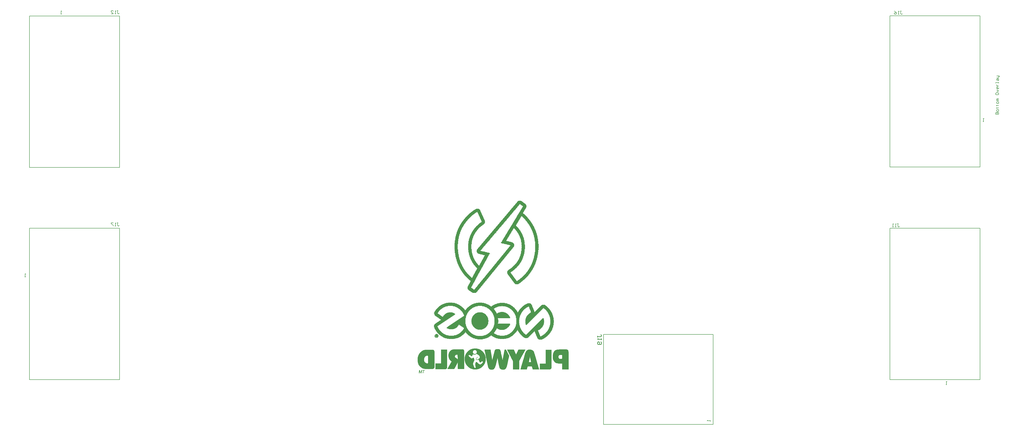
<source format=gbo>
%FSLAX23Y23*%
%MOIN*%
G70*
G01*
G75*
G04 Layer_Color=32896*
%ADD10R,0.012X0.063*%
%ADD11R,0.050X0.055*%
%ADD12R,0.063X0.012*%
%ADD13R,0.055X0.050*%
%ADD14R,0.012X0.024*%
%ADD15R,0.024X0.012*%
%ADD16R,0.132X0.132*%
%ADD17R,0.024X0.081*%
%ADD18R,0.024X0.087*%
%ADD19R,0.075X0.051*%
%ADD20R,0.089X0.024*%
%ADD21R,0.055X0.065*%
%ADD22R,0.065X0.055*%
%ADD23R,0.035X0.037*%
%ADD24R,0.035X0.037*%
%ADD25R,0.100X0.100*%
%ADD26R,0.050X0.110*%
%ADD27R,0.110X0.115*%
%ADD28R,0.080X0.160*%
%ADD29R,0.450X0.450*%
%ADD30R,0.036X0.085*%
%ADD31R,0.425X0.410*%
%ADD32R,0.016X0.085*%
%ADD33R,0.016X0.085*%
%ADD34R,0.200X0.100*%
%ADD35R,0.063X0.031*%
%ADD36R,0.039X0.063*%
%ADD37R,0.160X0.080*%
%ADD38R,0.450X0.450*%
%ADD39R,0.217X0.280*%
%ADD40R,0.081X0.024*%
%ADD41R,0.012X0.063*%
%ADD42C,0.050*%
%ADD43R,0.102X0.094*%
%ADD44R,0.079X0.126*%
%ADD45R,0.079X0.126*%
%ADD46C,0.010*%
%ADD47C,0.020*%
%ADD48C,0.050*%
%ADD49C,0.030*%
%ADD50C,0.100*%
%ADD51C,0.150*%
%ADD52C,0.035*%
%ADD53C,0.040*%
%ADD54C,0.005*%
%ADD55C,0.100*%
%ADD56R,0.100X0.100*%
%ADD57C,0.125*%
%ADD58O,0.125X0.160*%
%ADD59R,0.125X0.160*%
%ADD60C,0.065*%
%ADD61R,0.065X0.065*%
%ADD62C,0.079*%
%ADD63R,0.160X0.125*%
%ADD64O,0.160X0.125*%
%ADD65C,0.070*%
%ADD66R,0.070X0.070*%
%ADD67C,0.060*%
%ADD68C,0.150*%
%ADD69R,0.070X0.070*%
%ADD70C,0.150*%
%ADD71C,0.140*%
%ADD72C,0.024*%
%ADD73C,0.008*%
%ADD74C,0.102*%
%ADD75C,0.165*%
%ADD76C,0.120*%
%ADD77C,0.080*%
%ADD78C,0.087*%
%ADD79C,0.196*%
%ADD80C,0.590*%
%ADD81C,0.072*%
%ADD82C,0.131*%
%ADD83C,0.085*%
%ADD84C,0.130*%
%ADD85C,0.052*%
%ADD86C,0.068*%
%ADD87C,0.160*%
%ADD88C,0.080*%
%ADD89C,0.010*%
%ADD90C,0.008*%
%ADD91C,0.005*%
%ADD92C,0.031*%
%ADD93C,0.008*%
%ADD94C,0.001*%
%ADD95C,0.002*%
%ADD96C,0.015*%
%ADD97R,0.020X0.071*%
%ADD98R,0.058X0.063*%
%ADD99R,0.071X0.020*%
%ADD100R,0.063X0.058*%
%ADD101R,0.016X0.028*%
%ADD102R,0.028X0.016*%
%ADD103R,0.140X0.140*%
%ADD104R,0.032X0.089*%
%ADD105R,0.032X0.095*%
%ADD106R,0.083X0.059*%
%ADD107R,0.097X0.032*%
%ADD108R,0.063X0.073*%
%ADD109R,0.073X0.063*%
%ADD110R,0.043X0.045*%
%ADD111R,0.043X0.045*%
%ADD112R,0.108X0.108*%
%ADD113R,0.058X0.118*%
%ADD114R,0.118X0.123*%
%ADD115R,0.088X0.168*%
%ADD116R,0.458X0.458*%
%ADD117R,0.044X0.093*%
%ADD118R,0.433X0.418*%
%ADD119R,0.024X0.093*%
%ADD120R,0.024X0.093*%
%ADD121R,0.208X0.108*%
%ADD122R,0.071X0.039*%
%ADD123R,0.047X0.071*%
%ADD124R,0.168X0.088*%
%ADD125R,0.458X0.458*%
%ADD126R,0.225X0.288*%
%ADD127R,0.089X0.032*%
%ADD128R,0.020X0.071*%
%ADD129C,0.090*%
%ADD130C,0.058*%
%ADD131R,0.110X0.102*%
%ADD132R,0.087X0.134*%
%ADD133R,0.087X0.134*%
%ADD134C,0.108*%
%ADD135R,0.108X0.108*%
%ADD136C,0.133*%
%ADD137O,0.133X0.168*%
%ADD138R,0.133X0.168*%
%ADD139C,0.073*%
%ADD140R,0.073X0.073*%
%ADD141C,0.087*%
%ADD142R,0.168X0.133*%
%ADD143O,0.168X0.133*%
%ADD144C,0.008*%
%ADD145C,0.078*%
%ADD146R,0.078X0.078*%
%ADD147C,0.158*%
%ADD148R,0.078X0.078*%
%ADD149C,0.158*%
%ADD150C,0.148*%
%ADD151C,0.032*%
%ADD152C,0.002*%
D46*
X8928Y1348D02*
Y1368D01*
Y1358D01*
X8978D01*
X8988Y1368D01*
Y1378D01*
X8978Y1388D01*
X8988Y1328D02*
Y1308D01*
Y1318D01*
X8928D01*
X8938Y1328D01*
X8978Y1278D02*
X8988Y1268D01*
Y1248D01*
X8978Y1238D01*
X8938D01*
X8928Y1248D01*
Y1268D01*
X8938Y1278D01*
X8948D01*
X8958Y1268D01*
Y1238D01*
D54*
X15055Y4785D02*
X15100D01*
Y4807D01*
X15093Y4815D01*
X15085D01*
X15078Y4807D01*
Y4785D01*
Y4807D01*
X15070Y4815D01*
X15063D01*
X15055Y4807D01*
Y4785D01*
X15100Y4837D02*
Y4852D01*
X15093Y4860D01*
X15078D01*
X15070Y4852D01*
Y4837D01*
X15078Y4830D01*
X15093D01*
X15100Y4837D01*
X15063Y4882D02*
X15070D01*
Y4875D01*
Y4890D01*
Y4882D01*
X15093D01*
X15100Y4890D01*
X15063Y4920D02*
X15070D01*
Y4912D01*
Y4927D01*
Y4920D01*
X15093D01*
X15100Y4927D01*
Y4957D02*
Y4972D01*
X15093Y4980D01*
X15078D01*
X15070Y4972D01*
Y4957D01*
X15078Y4950D01*
X15093D01*
X15100Y4957D01*
Y4995D02*
X15070D01*
Y5002D01*
X15078Y5010D01*
X15100D01*
X15078D01*
X15070Y5017D01*
X15078Y5025D01*
X15100D01*
X15055Y5107D02*
Y5092D01*
X15063Y5085D01*
X15093D01*
X15100Y5092D01*
Y5107D01*
X15093Y5115D01*
X15063D01*
X15055Y5107D01*
X15070Y5130D02*
X15100Y5145D01*
X15070Y5160D01*
X15100Y5197D02*
Y5182D01*
X15093Y5175D01*
X15078D01*
X15070Y5182D01*
Y5197D01*
X15078Y5205D01*
X15085D01*
Y5175D01*
X15070Y5220D02*
X15100D01*
X15085D01*
X15078Y5227D01*
X15070Y5235D01*
Y5242D01*
X15100Y5265D02*
Y5280D01*
Y5272D01*
X15055D01*
Y5265D01*
X15070Y5310D02*
Y5325D01*
X15078Y5332D01*
X15100D01*
Y5310D01*
X15093Y5302D01*
X15085Y5310D01*
Y5332D01*
X15070Y5347D02*
X15093D01*
X15100Y5355D01*
Y5377D01*
X15107D01*
X15115Y5370D01*
Y5362D01*
X15100Y5377D02*
X15070D01*
D73*
X9022Y1394D02*
X10707D01*
Y6D02*
Y1394D01*
X9022Y6D02*
X10707D01*
X9022D02*
Y1394D01*
X13426Y697D02*
X14814D01*
Y3028D01*
X13426D02*
X14814D01*
X13426Y697D02*
Y3028D01*
X186Y6298D02*
X1574D01*
X186Y3967D02*
Y6298D01*
Y3967D02*
X1574D01*
Y6298D01*
X13426Y3972D02*
X14814D01*
Y6303D01*
X13426D02*
X14814D01*
X13426Y3972D02*
Y6303D01*
X186Y3028D02*
X1574D01*
X186Y697D02*
Y3028D01*
Y697D02*
X1574D01*
Y3028D01*
X1534Y3112D02*
X1551D01*
X1543D01*
Y3071D01*
X1551Y3062D01*
X1559D01*
X1567Y3071D01*
X1518Y3062D02*
X1501D01*
X1509D01*
Y3112D01*
X1518Y3104D01*
X1476Y3112D02*
X1443D01*
Y3104D01*
X1476Y3071D01*
Y3062D01*
X13587Y6375D02*
X13603D01*
X13595D01*
Y6333D01*
X13603Y6325D01*
X13612D01*
X13620Y6333D01*
X13570Y6325D02*
X13553D01*
X13562D01*
Y6375D01*
X13570Y6367D01*
X13495Y6375D02*
X13512Y6367D01*
X13528Y6350D01*
Y6333D01*
X13520Y6325D01*
X13503D01*
X13495Y6333D01*
Y6342D01*
X13503Y6350D01*
X13528D01*
X1534Y6382D02*
X1551D01*
X1543D01*
Y6341D01*
X1551Y6332D01*
X1559D01*
X1567Y6341D01*
X1518Y6332D02*
X1501D01*
X1509D01*
Y6382D01*
X1518Y6374D01*
X1443Y6332D02*
X1476D01*
X1443Y6366D01*
Y6374D01*
X1451Y6382D01*
X1468D01*
X1476Y6374D01*
X13542Y3100D02*
X13558D01*
X13550D01*
Y3058D01*
X13558Y3050D01*
X13567D01*
X13575Y3058D01*
X13525Y3050D02*
X13508D01*
X13517D01*
Y3100D01*
X13525Y3092D01*
X13483Y3050D02*
X13467D01*
X13475D01*
Y3100D01*
X13483Y3092D01*
X10665Y70D02*
Y53D01*
Y62D01*
X10615D01*
X10623Y70D01*
X14290Y665D02*
X14307D01*
X14298D01*
Y615D01*
X14290Y623D01*
X683Y6330D02*
X667D01*
X675D01*
Y6380D01*
X683Y6372D01*
X14860Y4720D02*
X14877D01*
X14868D01*
Y4670D01*
X14860Y4678D01*
X130Y2280D02*
X113D01*
X122D01*
Y2330D01*
X130Y2322D01*
D91*
X8030Y1315D02*
X8070D01*
X7080Y1320D02*
X7160D01*
X8020D02*
X8080D01*
X6640Y1325D02*
X6715D01*
X7055D02*
X7180D01*
X7425D02*
X7495D01*
X8015D02*
X8090D01*
X6610Y1330D02*
X6740D01*
X7040D02*
X7200D01*
X7395D02*
X7525D01*
X8010D02*
X8100D01*
X6590Y1335D02*
X6760D01*
X7020D02*
X7215D01*
X7375D02*
X7545D01*
X8005D02*
X8110D01*
X6575Y1340D02*
X6780D01*
X7010D02*
X7230D01*
X7360D02*
X7560D01*
X7810D02*
X7850D01*
X8005D02*
X8115D01*
X6440Y1345D02*
X6465D01*
X6565D02*
X6790D01*
X7000D02*
X7240D01*
X7350D02*
X7570D01*
X7800D02*
X7860D01*
X8000D02*
X8125D01*
X6430Y1350D02*
X6470D01*
X6555D02*
X6800D01*
X6990D02*
X7250D01*
X7340D02*
X7580D01*
X7795D02*
X7865D01*
X8000D02*
X8130D01*
X6425Y1355D02*
X6445D01*
X6460D02*
X6475D01*
X6545D02*
X6810D01*
X6980D02*
X7255D01*
X7330D02*
X7590D01*
X7785D02*
X7870D01*
X8000D02*
X8135D01*
X6425Y1360D02*
X6435D01*
X6440D02*
X6475D01*
X6540D02*
X6820D01*
X6975D02*
X7265D01*
X7320D02*
X7595D01*
X7780D02*
X7875D01*
X7995D02*
X8145D01*
X6425Y1365D02*
X6435D01*
X6440D02*
X6465D01*
X6470D02*
X6480D01*
X6530D02*
X6825D01*
X6965D02*
X7275D01*
X7315D02*
X7605D01*
X7775D02*
X7880D01*
X7995D02*
X8045D01*
X8065D02*
X8150D01*
X6425Y1370D02*
X6430D01*
X6440D02*
X6465D01*
X6470D02*
X6480D01*
X6520D02*
X6835D01*
X6960D02*
X7080D01*
X7160D02*
X7280D01*
X7305D02*
X7615D01*
X7770D02*
X7885D01*
X7990D02*
X8045D01*
X8070D02*
X8155D01*
X6425Y1375D02*
X6435D01*
X6440D02*
X6465D01*
X6470D02*
X6480D01*
X6515D02*
X6635D01*
X6720D02*
X6840D01*
X6955D02*
X7055D01*
X7180D02*
X7285D01*
X7300D02*
X7420D01*
X7500D02*
X7620D01*
X7765D02*
X7890D01*
X7990D02*
X8040D01*
X8080D02*
X8160D01*
X6425Y1380D02*
X6475D01*
X6510D02*
X6610D01*
X6745D02*
X6845D01*
X6945D02*
X7040D01*
X7200D02*
X7395D01*
X7525D02*
X7625D01*
X7760D02*
X7895D01*
X7985D02*
X8040D01*
X8090D02*
X8165D01*
X6430Y1385D02*
X6475D01*
X6505D02*
X6595D01*
X6760D02*
X6855D01*
X6940D02*
X7030D01*
X7210D02*
X7380D01*
X7540D02*
X7630D01*
X7755D02*
X7900D01*
X7985D02*
X8040D01*
X8095D02*
X8170D01*
X6435Y1390D02*
X6470D01*
X6495D02*
X6585D01*
X6770D02*
X6860D01*
X6935D02*
X7015D01*
X7225D02*
X7370D01*
X7550D02*
X7635D01*
X7750D02*
X7820D01*
X7835D02*
X7905D01*
X7985D02*
X8035D01*
X8105D02*
X8175D01*
X6440Y1395D02*
X6465D01*
X6490D02*
X6575D01*
X6780D02*
X6865D01*
X6930D02*
X7010D01*
X7230D02*
X7360D01*
X7560D02*
X7640D01*
X7745D02*
X7815D01*
X7840D02*
X7910D01*
X7980D02*
X8035D01*
X8110D02*
X8180D01*
X6485Y1400D02*
X6565D01*
X6790D02*
X6870D01*
X6925D02*
X7000D01*
X7240D02*
X7350D01*
X7570D02*
X7645D01*
X7740D02*
X7810D01*
X7845D02*
X7915D01*
X7980D02*
X8030D01*
X8115D02*
X8185D01*
X6480Y1405D02*
X6555D01*
X6800D02*
X6875D01*
X6920D02*
X6995D01*
X7245D02*
X7340D01*
X7580D02*
X7650D01*
X7735D02*
X7800D01*
X7850D02*
X7920D01*
X7975D02*
X8030D01*
X8120D02*
X8190D01*
X6475Y1410D02*
X6550D01*
X6805D02*
X6880D01*
X6915D02*
X6985D01*
X7255D02*
X7335D01*
X7585D02*
X7655D01*
X7735D02*
X7795D01*
X7855D02*
X7925D01*
X7975D02*
X8030D01*
X8130D02*
X8190D01*
X6470Y1415D02*
X6540D01*
X6815D02*
X6885D01*
X6910D02*
X6980D01*
X7260D02*
X7335D01*
X7590D02*
X7660D01*
X7730D02*
X7790D01*
X7860D02*
X7930D01*
X7975D02*
X8025D01*
X8130D02*
X8195D01*
X6465Y1420D02*
X6535D01*
X6820D02*
X6890D01*
X6905D02*
X6975D01*
X7265D02*
X7335D01*
X7600D02*
X7665D01*
X7725D02*
X7785D01*
X7865D02*
X7935D01*
X7970D02*
X8025D01*
X8135D02*
X8200D01*
X6460Y1425D02*
X6530D01*
X6825D02*
X6890D01*
X6905D02*
X6970D01*
X7270D02*
X7340D01*
X7605D02*
X7670D01*
X7720D02*
X7785D01*
X7870D02*
X7940D01*
X7970D02*
X8020D01*
X8140D02*
X8205D01*
X6460Y1430D02*
X6525D01*
X6830D02*
X6895D01*
X6900D02*
X6965D01*
X7275D02*
X7345D01*
X7610D02*
X7675D01*
X7720D02*
X7780D01*
X7875D02*
X7945D01*
X7965D02*
X8020D01*
X8145D02*
X8205D01*
X6455Y1435D02*
X6520D01*
X6835D02*
X6960D01*
X7280D02*
X7345D01*
X7615D02*
X7680D01*
X7715D02*
X7775D01*
X7880D02*
X7950D01*
X7965D02*
X8020D01*
X8150D02*
X8210D01*
X6450Y1440D02*
X6515D01*
X6840D02*
X6955D01*
X7285D02*
X7350D01*
X7620D02*
X7680D01*
X7710D02*
X7770D01*
X7885D02*
X7955D01*
X7965D02*
X8015D01*
X8155D02*
X8210D01*
X6445Y1445D02*
X6510D01*
X6845D02*
X6950D01*
X7290D02*
X7355D01*
X7625D02*
X7685D01*
X7710D02*
X7765D01*
X7890D02*
X8015D01*
X8160D02*
X8215D01*
X6445Y1450D02*
X6505D01*
X6850D02*
X6945D01*
X7295D02*
X7355D01*
X7630D02*
X7690D01*
X7705D02*
X7765D01*
X7895D02*
X8010D01*
X8160D02*
X8220D01*
X6440Y1455D02*
X6500D01*
X6855D02*
X6940D01*
X7300D02*
X7360D01*
X7630D02*
X7690D01*
X7705D02*
X7760D01*
X7900D02*
X8010D01*
X8165D02*
X8220D01*
X6440Y1460D02*
X6495D01*
X6860D02*
X6940D01*
X7300D02*
X7365D01*
X7635D02*
X7695D01*
X7700D02*
X7755D01*
X7905D02*
X8020D01*
X8170D02*
X8225D01*
X6435Y1465D02*
X6490D01*
X6860D02*
X6935D01*
X7305D02*
X7365D01*
X7430D02*
X7485D01*
X7640D02*
X7755D01*
X7910D02*
X8030D01*
X8170D02*
X8225D01*
X6430Y1470D02*
X6490D01*
X6865D02*
X6930D01*
X7085D02*
X7150D01*
X7310D02*
X7370D01*
X7415D02*
X7500D01*
X7645D02*
X7750D01*
X7915D02*
X8040D01*
X8175D02*
X8230D01*
X6430Y1475D02*
X6485D01*
X6650D02*
X6705D01*
X6870D02*
X6930D01*
X7070D02*
X7165D01*
X7310D02*
X7370D01*
X7405D02*
X7510D01*
X7645D02*
X7750D01*
X7920D02*
X8045D01*
X8175D02*
X8230D01*
X6425Y1480D02*
X6480D01*
X6635D02*
X6725D01*
X6870D02*
X6925D01*
X7060D02*
X7175D01*
X7315D02*
X7375D01*
X7395D02*
X7520D01*
X7650D02*
X7745D01*
X7925D02*
X8050D01*
X8180D02*
X8230D01*
X6425Y1485D02*
X6480D01*
X6620D02*
X6735D01*
X6875D02*
X6920D01*
X7055D02*
X7185D01*
X7320D02*
X7375D01*
X7385D02*
X7530D01*
X7655D02*
X7745D01*
X7930D02*
X8055D01*
X8180D02*
X8235D01*
X6420Y1490D02*
X6475D01*
X6610D02*
X6745D01*
X6875D02*
X6920D01*
X7045D02*
X7190D01*
X7320D02*
X7535D01*
X7655D02*
X7740D01*
X7935D02*
X8060D01*
X8185D02*
X8235D01*
X6420Y1495D02*
X6475D01*
X6610D02*
X6750D01*
X6870D02*
X6915D01*
X7040D02*
X7200D01*
X7325D02*
X7545D01*
X7660D02*
X7740D01*
X7940D02*
X8065D01*
X8185D02*
X8235D01*
X6420Y1500D02*
X6470D01*
X6610D02*
X6760D01*
X6865D02*
X6915D01*
X7035D02*
X7205D01*
X7325D02*
X7545D01*
X7660D02*
X7735D01*
X7945D02*
X8070D01*
X8185D02*
X8240D01*
X6415Y1505D02*
X6470D01*
X6620D02*
X6765D01*
X6855D02*
X6915D01*
X7030D02*
X7210D01*
X7330D02*
X7550D01*
X7665D02*
X7735D01*
X7950D02*
X8075D01*
X8190D02*
X8240D01*
X6415Y1510D02*
X6465D01*
X6625D02*
X6770D01*
X6850D02*
X6910D01*
X7025D02*
X7215D01*
X7330D02*
X7560D01*
X7665D02*
X7735D01*
X7955D02*
X8080D01*
X8190D02*
X8245D01*
X6415Y1515D02*
X6465D01*
X6630D02*
X6775D01*
X6840D02*
X6910D01*
X7020D02*
X7220D01*
X7330D02*
X7560D01*
X7670D02*
X7730D01*
X7960D02*
X8080D01*
X8195D02*
X8245D01*
X6415Y1520D02*
X6465D01*
X6640D02*
X6775D01*
X6835D02*
X6905D01*
X7015D02*
X7220D01*
X7335D02*
X7565D01*
X7670D02*
X7730D01*
X7965D02*
X8085D01*
X8195D02*
X8245D01*
X6415Y1525D02*
X6470D01*
X6645D02*
X6780D01*
X6825D02*
X6905D01*
X7015D02*
X7225D01*
X7335D02*
X7570D01*
X7670D02*
X7730D01*
X7970D02*
X8085D01*
X8195D02*
X8245D01*
X6415Y1530D02*
X6480D01*
X6655D02*
X6785D01*
X6820D02*
X6905D01*
X7010D02*
X7230D01*
X7335D02*
X7575D01*
X7675D02*
X7730D01*
X7975D02*
X8090D01*
X8195D02*
X8245D01*
X6415Y1535D02*
X6485D01*
X6660D02*
X6790D01*
X6810D02*
X6900D01*
X7005D02*
X7230D01*
X7340D02*
X7575D01*
X7675D02*
X7725D01*
X7980D02*
X8095D01*
X8200D02*
X8250D01*
X6420Y1540D02*
X6495D01*
X6670D02*
X6790D01*
X6805D02*
X6900D01*
X7005D02*
X7235D01*
X7340D02*
X7580D01*
X7675D02*
X7725D01*
X7830D02*
X7835D01*
X7985D02*
X8095D01*
X8200D02*
X8250D01*
X6420Y1545D02*
X6500D01*
X6675D02*
X6900D01*
X7000D02*
X7235D01*
X7340D02*
X7580D01*
X7675D02*
X7725D01*
X7825D02*
X7840D01*
X7990D02*
X8095D01*
X8200D02*
X8250D01*
X6425Y1550D02*
X6510D01*
X6685D02*
X6900D01*
X7000D02*
X7240D01*
X7340D02*
X7580D01*
X7680D02*
X7725D01*
X7825D02*
X7845D01*
X7995D02*
X8100D01*
X8200D02*
X8250D01*
X6430Y1555D02*
X6515D01*
X6690D02*
X6895D01*
X6995D02*
X7240D01*
X7345D02*
X7580D01*
X7680D02*
X7725D01*
X7825D02*
X7850D01*
X8000D02*
X8100D01*
X8200D02*
X8250D01*
X6440Y1560D02*
X6525D01*
X6700D02*
X6895D01*
X6995D02*
X7245D01*
X7345D02*
X7395D01*
X7680D02*
X7725D01*
X7825D02*
X7855D01*
X8005D02*
X8100D01*
X8205D02*
X8250D01*
X6445Y1565D02*
X6530D01*
X6705D02*
X6895D01*
X6995D02*
X7245D01*
X7345D02*
X7395D01*
X7680D02*
X7720D01*
X7820D02*
X7860D01*
X8010D02*
X8100D01*
X8205D02*
X8250D01*
X6450Y1570D02*
X6540D01*
X6715D02*
X6895D01*
X6995D02*
X7245D01*
X7345D02*
X7395D01*
X7680D02*
X7720D01*
X7820D02*
X7865D01*
X8015D02*
X8100D01*
X8205D02*
X8250D01*
X6460Y1575D02*
X6545D01*
X6720D02*
X6895D01*
X6995D02*
X7245D01*
X7345D02*
X7400D01*
X7680D02*
X7720D01*
X7820D02*
X7870D01*
X8020D02*
X8105D01*
X8205D02*
X8255D01*
X6465Y1580D02*
X6555D01*
X6730D02*
X6895D01*
X6990D02*
X7245D01*
X7345D02*
X7400D01*
X7680D02*
X7720D01*
X7820D02*
X7875D01*
X8025D02*
X8105D01*
X8205D02*
X8255D01*
X6475Y1585D02*
X6560D01*
X6735D02*
X6895D01*
X6990D02*
X7245D01*
X7345D02*
X7400D01*
X7680D02*
X7720D01*
X7820D02*
X7880D01*
X8030D02*
X8105D01*
X8205D02*
X8255D01*
X6485Y1590D02*
X6570D01*
X6745D02*
X6895D01*
X6990D02*
X7245D01*
X7345D02*
X7400D01*
X7680D02*
X7720D01*
X7820D02*
X7885D01*
X8035D02*
X8105D01*
X8205D02*
X8255D01*
X6490Y1595D02*
X6575D01*
X6750D02*
X6895D01*
X6990D02*
X7250D01*
X7345D02*
X7400D01*
X7680D02*
X7720D01*
X7820D02*
X7890D01*
X8040D02*
X8105D01*
X8205D02*
X8255D01*
X6495Y1600D02*
X6585D01*
X6760D02*
X6895D01*
X6990D02*
X7250D01*
X7345D02*
X7400D01*
X7680D02*
X7720D01*
X7820D02*
X7895D01*
X8045D02*
X8105D01*
X8205D02*
X8255D01*
X6505Y1605D02*
X6590D01*
X6765D02*
X6895D01*
X6990D02*
X7250D01*
X7345D02*
X7400D01*
X7680D02*
X7720D01*
X7820D02*
X7900D01*
X8050D02*
X8105D01*
X8205D02*
X8255D01*
X6515Y1610D02*
X6600D01*
X6775D02*
X6895D01*
X6990D02*
X7245D01*
X7345D02*
X7400D01*
X7680D02*
X7720D01*
X7820D02*
X7905D01*
X8055D02*
X8105D01*
X8205D02*
X8255D01*
X6520Y1615D02*
X6605D01*
X6780D02*
X6895D01*
X6990D02*
X7245D01*
X7345D02*
X7400D01*
X7680D02*
X7720D01*
X7820D02*
X7910D01*
X8060D02*
X8100D01*
X8205D02*
X8250D01*
X6520Y1620D02*
X6615D01*
X6790D02*
X6895D01*
X6990D02*
X7245D01*
X7345D02*
X7400D01*
X7680D02*
X7720D01*
X7820D02*
X7915D01*
X8065D02*
X8100D01*
X8205D02*
X8250D01*
X6515Y1625D02*
X6620D01*
X6795D02*
X6895D01*
X6995D02*
X7245D01*
X7345D02*
X7395D01*
X7680D02*
X7725D01*
X7825D02*
X7920D01*
X8070D02*
X8100D01*
X8205D02*
X8250D01*
X6505Y1630D02*
X6630D01*
X6805D02*
X6895D01*
X6995D02*
X7245D01*
X7345D02*
X7395D01*
X7680D02*
X7725D01*
X7825D02*
X7925D01*
X8075D02*
X8100D01*
X8200D02*
X8250D01*
X6500Y1635D02*
X6635D01*
X6810D02*
X6895D01*
X6995D02*
X7245D01*
X7345D02*
X7395D01*
X7680D02*
X7725D01*
X7825D02*
X7930D01*
X8080D02*
X8100D01*
X8200D02*
X8250D01*
X6490Y1640D02*
X6645D01*
X6820D02*
X6895D01*
X6995D02*
X7240D01*
X7345D02*
X7395D01*
X7680D02*
X7725D01*
X7825D02*
X7935D01*
X8085D02*
X8095D01*
X8200D02*
X8250D01*
X6485Y1645D02*
X6650D01*
X6825D02*
X6900D01*
X7000D02*
X7240D01*
X7345D02*
X7580D01*
X7680D02*
X7725D01*
X7830D02*
X7940D01*
X8200D02*
X8250D01*
X6480Y1650D02*
X6660D01*
X6835D02*
X6900D01*
X7000D02*
X7240D01*
X7340D02*
X7580D01*
X7675D02*
X7725D01*
X7830D02*
X7945D01*
X8200D02*
X8250D01*
X6470Y1655D02*
X6665D01*
X6840D02*
X6900D01*
X7000D02*
X7235D01*
X7340D02*
X7580D01*
X7675D02*
X7730D01*
X7830D02*
X7950D01*
X8200D02*
X8245D01*
X6465Y1660D02*
X6675D01*
X6850D02*
X6900D01*
X7005D02*
X7235D01*
X7340D02*
X7580D01*
X7675D02*
X7730D01*
X7835D02*
X7955D01*
X8195D02*
X8245D01*
X6455Y1665D02*
X6540D01*
X6550D02*
X6680D01*
X6855D02*
X6905D01*
X7005D02*
X7230D01*
X7340D02*
X7575D01*
X7675D02*
X7730D01*
X7835D02*
X7960D01*
X8195D02*
X8245D01*
X6450Y1670D02*
X6535D01*
X6555D02*
X6690D01*
X6865D02*
X6905D01*
X7010D02*
X7230D01*
X7335D02*
X7575D01*
X7675D02*
X7730D01*
X7840D02*
X7965D01*
X8195D02*
X8245D01*
X6440Y1675D02*
X6525D01*
X6555D02*
X6695D01*
X6870D02*
X6905D01*
X7015D02*
X7225D01*
X7335D02*
X7570D01*
X7670D02*
X7735D01*
X7845D02*
X7970D01*
X8190D02*
X8240D01*
X6435Y1680D02*
X6520D01*
X6560D02*
X6705D01*
X6875D02*
X6905D01*
X7015D02*
X7220D01*
X7335D02*
X7565D01*
X7670D02*
X7735D01*
X7845D02*
X7975D01*
X8190D02*
X8240D01*
X6430Y1685D02*
X6510D01*
X6565D02*
X6710D01*
X6880D02*
X6910D01*
X7020D02*
X7215D01*
X7330D02*
X7565D01*
X7670D02*
X7735D01*
X7850D02*
X7980D01*
X8190D02*
X8240D01*
X6425Y1690D02*
X6505D01*
X6570D02*
X6720D01*
X6875D02*
X6910D01*
X7025D02*
X7215D01*
X7330D02*
X7560D01*
X7665D02*
X7740D01*
X7855D02*
X7985D01*
X8185D02*
X8235D01*
X6425Y1695D02*
X6500D01*
X6575D02*
X6725D01*
X6875D02*
X6915D01*
X7030D02*
X7210D01*
X7325D02*
X7555D01*
X7665D02*
X7740D01*
X7860D02*
X7990D01*
X8185D02*
X8235D01*
X6420Y1700D02*
X6490D01*
X6580D02*
X6735D01*
X6870D02*
X6915D01*
X7035D02*
X7205D01*
X7325D02*
X7550D01*
X7660D02*
X7745D01*
X7865D02*
X7995D01*
X8180D02*
X8235D01*
X6420Y1705D02*
X6485D01*
X6585D02*
X6735D01*
X6870D02*
X6920D01*
X7040D02*
X7200D01*
X7325D02*
X7545D01*
X7660D02*
X7745D01*
X7870D02*
X8000D01*
X8180D02*
X8230D01*
X6420Y1710D02*
X6475D01*
X6590D02*
X6735D01*
X6865D02*
X6920D01*
X7045D02*
X7190D01*
X7320D02*
X7540D01*
X7655D02*
X7750D01*
X7875D02*
X8005D01*
X8175D02*
X8230D01*
X6415Y1715D02*
X6470D01*
X6600D02*
X6725D01*
X6865D02*
X6920D01*
X7055D02*
X7185D01*
X7320D02*
X7375D01*
X7385D02*
X7530D01*
X7655D02*
X7750D01*
X7880D02*
X8010D01*
X8175D02*
X8230D01*
X6415Y1720D02*
X6465D01*
X6605D02*
X6720D01*
X6860D02*
X6925D01*
X7065D02*
X7175D01*
X7315D02*
X7375D01*
X7395D02*
X7525D01*
X7650D02*
X7755D01*
X7890D02*
X8015D01*
X8170D02*
X8225D01*
X6415Y1725D02*
X6470D01*
X6620D02*
X6705D01*
X6860D02*
X6930D01*
X7075D02*
X7165D01*
X7310D02*
X7370D01*
X7400D02*
X7515D01*
X7650D02*
X7755D01*
X7895D02*
X8020D01*
X8170D02*
X8225D01*
X6420Y1730D02*
X6475D01*
X6640D02*
X6690D01*
X6855D02*
X6930D01*
X7090D02*
X7150D01*
X7310D02*
X7370D01*
X7415D02*
X7505D01*
X7645D02*
X7700D01*
X7705D02*
X7760D01*
X7905D02*
X8025D01*
X8165D02*
X8220D01*
X6420Y1735D02*
X6475D01*
X6850D02*
X6935D01*
X7305D02*
X7365D01*
X7435D02*
X7485D01*
X7640D02*
X7695D01*
X7705D02*
X7765D01*
X7905D02*
X8030D01*
X8160D02*
X8220D01*
X6420Y1740D02*
X6480D01*
X6850D02*
X6940D01*
X7300D02*
X7365D01*
X7635D02*
X7695D01*
X7710D02*
X7765D01*
X7905D02*
X7955D01*
X7965D02*
X8035D01*
X8160D02*
X8215D01*
X6425Y1745D02*
X6485D01*
X6845D02*
X6940D01*
X7300D02*
X7360D01*
X7635D02*
X7690D01*
X7710D02*
X7770D01*
X7905D02*
X7955D01*
X7970D02*
X8040D01*
X8155D02*
X8210D01*
X6430Y1750D02*
X6485D01*
X6840D02*
X6945D01*
X7295D02*
X7355D01*
X7630D02*
X7690D01*
X7715D02*
X7775D01*
X7900D02*
X7955D01*
X7975D02*
X8045D01*
X8150D02*
X8210D01*
X6430Y1755D02*
X6490D01*
X6835D02*
X6950D01*
X7290D02*
X7355D01*
X7625D02*
X7685D01*
X7720D02*
X7780D01*
X7900D02*
X7950D01*
X7980D02*
X8050D01*
X8145D02*
X8205D01*
X6435Y1760D02*
X6495D01*
X6830D02*
X6955D01*
X7285D02*
X7350D01*
X7620D02*
X7680D01*
X7720D02*
X7780D01*
X7900D02*
X7950D01*
X7985D02*
X8055D01*
X8145D02*
X8205D01*
X6440Y1765D02*
X6500D01*
X6825D02*
X6890D01*
X6895D02*
X6960D01*
X7280D02*
X7345D01*
X7615D02*
X7680D01*
X7725D02*
X7785D01*
X7895D02*
X7950D01*
X7990D02*
X8060D01*
X8140D02*
X8200D01*
X6440Y1770D02*
X6505D01*
X6820D02*
X6885D01*
X6900D02*
X6965D01*
X7275D02*
X7345D01*
X7610D02*
X7675D01*
X7730D02*
X7790D01*
X7895D02*
X7945D01*
X7995D02*
X8065D01*
X8135D02*
X8195D01*
X6445Y1775D02*
X6510D01*
X6815D02*
X6880D01*
X6905D02*
X6970D01*
X7270D02*
X7340D01*
X7605D02*
X7670D01*
X7730D02*
X7795D01*
X7890D02*
X7945D01*
X8000D02*
X8070D01*
X8130D02*
X8190D01*
X6450Y1780D02*
X6515D01*
X6810D02*
X6880D01*
X6910D02*
X6975D01*
X7265D02*
X7335D01*
X7600D02*
X7665D01*
X7735D02*
X7800D01*
X7890D02*
X7940D01*
X8005D02*
X8075D01*
X8125D02*
X8190D01*
X6455Y1785D02*
X6525D01*
X6805D02*
X6875D01*
X6915D02*
X6980D01*
X7260D02*
X7330D01*
X7590D02*
X7660D01*
X7740D02*
X7805D01*
X7885D02*
X7940D01*
X8010D02*
X8080D01*
X8115D02*
X8185D01*
X6460Y1790D02*
X6530D01*
X6795D02*
X6870D01*
X6915D02*
X6990D01*
X7250D02*
X7335D01*
X7585D02*
X7655D01*
X7745D02*
X7815D01*
X7885D02*
X7940D01*
X8015D02*
X8085D01*
X8110D02*
X8180D01*
X6465Y1795D02*
X6535D01*
X6790D02*
X6865D01*
X6920D02*
X6995D01*
X7245D02*
X7340D01*
X7580D02*
X7655D01*
X7750D02*
X7820D01*
X7885D02*
X7935D01*
X8020D02*
X8090D01*
X8105D02*
X8175D01*
X6470Y1800D02*
X6545D01*
X6780D02*
X6860D01*
X6925D02*
X7000D01*
X7235D02*
X7350D01*
X7570D02*
X7650D01*
X7755D02*
X7825D01*
X7880D02*
X7935D01*
X8025D02*
X8095D01*
X8100D02*
X8170D01*
X6475Y1805D02*
X6550D01*
X6775D02*
X6855D01*
X6930D02*
X7010D01*
X7230D02*
X7355D01*
X7560D02*
X7645D01*
X7760D02*
X7835D01*
X7880D02*
X7930D01*
X8030D02*
X8165D01*
X6480Y1810D02*
X6560D01*
X6765D02*
X6845D01*
X6935D02*
X7020D01*
X7220D02*
X7370D01*
X7550D02*
X7635D01*
X7765D02*
X7840D01*
X7880D02*
X7930D01*
X8035D02*
X8160D01*
X6485Y1815D02*
X6575D01*
X6755D02*
X6845D01*
X6945D02*
X7035D01*
X7205D02*
X7380D01*
X7540D02*
X7630D01*
X7770D02*
X7850D01*
X7875D02*
X7925D01*
X8040D02*
X8155D01*
X6490Y1820D02*
X6585D01*
X6740D02*
X6835D01*
X6950D02*
X7045D01*
X7195D02*
X7395D01*
X7525D02*
X7625D01*
X7775D02*
X7860D01*
X7875D02*
X7925D01*
X8045D02*
X8150D01*
X6495Y1825D02*
X6600D01*
X6730D02*
X6830D01*
X6955D02*
X7060D01*
X7180D02*
X7285D01*
X7300D02*
X7415D01*
X7505D02*
X7620D01*
X7780D02*
X7925D01*
X8050D02*
X8145D01*
X6500Y1830D02*
X6625D01*
X6705D02*
X6825D01*
X6960D02*
X7085D01*
X7155D02*
X7280D01*
X7305D02*
X7455D01*
X7465D02*
X7610D01*
X7785D02*
X7920D01*
X8055D02*
X8140D01*
X6510Y1835D02*
X6815D01*
X6970D02*
X7270D01*
X7315D02*
X7605D01*
X7795D02*
X7920D01*
X8060D02*
X8130D01*
X6515Y1840D02*
X6810D01*
X6975D02*
X7265D01*
X7320D02*
X7595D01*
X7800D02*
X7920D01*
X8065D02*
X8125D01*
X6525Y1845D02*
X6800D01*
X6985D02*
X7255D01*
X7330D02*
X7590D01*
X7805D02*
X7915D01*
X8075D02*
X8120D01*
X6535Y1850D02*
X6795D01*
X6990D02*
X7250D01*
X7340D02*
X7580D01*
X7815D02*
X7910D01*
X6545Y1855D02*
X6780D01*
X7000D02*
X7235D01*
X7350D02*
X7570D01*
X7825D02*
X7910D01*
X6555Y1860D02*
X6770D01*
X7015D02*
X7225D01*
X7365D02*
X7555D01*
X7835D02*
X7905D01*
X6570Y1865D02*
X6760D01*
X7025D02*
X7210D01*
X7380D02*
X7540D01*
X7845D02*
X7900D01*
X6580Y1870D02*
X6745D01*
X7040D02*
X7200D01*
X7390D02*
X7530D01*
X7855D02*
X7890D01*
X6600Y1875D02*
X6730D01*
X7060D02*
X7180D01*
X7420D02*
X7500D01*
X6630Y1880D02*
X6695D01*
X7090D02*
X7150D01*
X7010Y2035D02*
X7055D01*
X7000Y2040D02*
X7060D01*
X6995Y2045D02*
X7065D01*
X6985Y2050D02*
X7070D01*
X6980Y2055D02*
X7075D01*
X6970Y2060D02*
X7080D01*
X6965Y2065D02*
X7085D01*
X6955Y2070D02*
X7085D01*
X6950Y2075D02*
X7090D01*
X6945Y2080D02*
X7030D01*
X7035D02*
X7095D01*
X6940Y2085D02*
X7020D01*
X7035D02*
X7100D01*
X6935Y2090D02*
X7015D01*
X7040D02*
X7105D01*
X6935Y2095D02*
X7010D01*
X7045D02*
X7110D01*
X6930Y2100D02*
X7000D01*
X7050D02*
X7110D01*
X6930Y2105D02*
X6995D01*
X7055D02*
X7115D01*
X6930Y2110D02*
X6985D01*
X7055D02*
X7120D01*
X6930Y2115D02*
X6980D01*
X7060D02*
X7125D01*
X6930Y2120D02*
X6985D01*
X7065D02*
X7130D01*
X6930Y2125D02*
X6985D01*
X7070D02*
X7130D01*
X6935Y2130D02*
X6990D01*
X7075D02*
X7135D01*
X6935Y2135D02*
X6990D01*
X7080D02*
X7140D01*
X6940Y2140D02*
X6995D01*
X7080D02*
X7145D01*
X6940Y2145D02*
X7000D01*
X7085D02*
X7150D01*
X6945Y2150D02*
X7000D01*
X7090D02*
X7155D01*
X6945Y2155D02*
X7005D01*
X7095D02*
X7155D01*
X6950Y2160D02*
X7005D01*
X7095D02*
X7160D01*
X6950Y2165D02*
X7010D01*
X7100D02*
X7165D01*
X6955Y2170D02*
X7010D01*
X7105D02*
X7170D01*
X7665D02*
X7710D01*
X6960Y2175D02*
X7015D01*
X7110D02*
X7175D01*
X7660D02*
X7715D01*
X6960Y2180D02*
X7015D01*
X7115D02*
X7175D01*
X7655D02*
X7725D01*
X6965Y2185D02*
X7020D01*
X7120D02*
X7180D01*
X7650D02*
X7730D01*
X6965Y2190D02*
X7020D01*
X7120D02*
X7185D01*
X7645D02*
X7740D01*
X6970Y2195D02*
X7025D01*
X7125D02*
X7190D01*
X7640D02*
X7745D01*
X6970Y2200D02*
X7030D01*
X7130D02*
X7195D01*
X7640D02*
X7750D01*
X6975Y2205D02*
X7030D01*
X7135D02*
X7195D01*
X7635D02*
X7755D01*
X6975Y2210D02*
X7035D01*
X7140D02*
X7200D01*
X7630D02*
X7765D01*
X6980Y2215D02*
X7035D01*
X7140D02*
X7205D01*
X7625D02*
X7685D01*
X7695D02*
X7770D01*
X6975Y2220D02*
X7040D01*
X7145D02*
X7210D01*
X7625D02*
X7680D01*
X7700D02*
X7775D01*
X6970Y2225D02*
X7040D01*
X7150D02*
X7215D01*
X7620D02*
X7675D01*
X7705D02*
X7780D01*
X6960Y2230D02*
X7045D01*
X7155D02*
X7220D01*
X7615D02*
X7675D01*
X7715D02*
X7785D01*
X6955Y2235D02*
X7045D01*
X7160D02*
X7220D01*
X7610D02*
X7670D01*
X7720D02*
X7795D01*
X6950Y2240D02*
X7050D01*
X7165D02*
X7225D01*
X7610D02*
X7665D01*
X7730D02*
X7800D01*
X6945Y2245D02*
X7050D01*
X7165D02*
X7230D01*
X7605D02*
X7660D01*
X7735D02*
X7805D01*
X6940Y2250D02*
X7055D01*
X7170D02*
X7235D01*
X7600D02*
X7660D01*
X7740D02*
X7810D01*
X6935Y2255D02*
X7055D01*
X7175D02*
X7240D01*
X7600D02*
X7655D01*
X7745D02*
X7815D01*
X6930Y2260D02*
X7060D01*
X7180D02*
X7245D01*
X7595D02*
X7650D01*
X7750D02*
X7820D01*
X6925Y2265D02*
X6990D01*
X7000D02*
X7060D01*
X7185D02*
X7245D01*
X7590D02*
X7645D01*
X7760D02*
X7825D01*
X6920Y2270D02*
X6985D01*
X7005D02*
X7065D01*
X7190D02*
X7250D01*
X7585D02*
X7645D01*
X7765D02*
X7830D01*
X6915Y2275D02*
X6980D01*
X7005D02*
X7065D01*
X7195D02*
X7255D01*
X7585D02*
X7640D01*
X7770D02*
X7835D01*
X6910Y2280D02*
X6975D01*
X7010D02*
X7070D01*
X7195D02*
X7260D01*
X7580D02*
X7635D01*
X7775D02*
X7840D01*
X6905Y2285D02*
X6970D01*
X7010D02*
X7075D01*
X7200D02*
X7265D01*
X7575D02*
X7630D01*
X7780D02*
X7845D01*
X6900Y2290D02*
X6965D01*
X7015D02*
X7075D01*
X7205D02*
X7265D01*
X7570D02*
X7630D01*
X7785D02*
X7850D01*
X6895Y2295D02*
X6960D01*
X7015D02*
X7080D01*
X7210D02*
X7270D01*
X7570D02*
X7625D01*
X7790D02*
X7855D01*
X6890Y2300D02*
X6955D01*
X7020D02*
X7080D01*
X7210D02*
X7275D01*
X7565D02*
X7620D01*
X7795D02*
X7860D01*
X6885Y2305D02*
X6950D01*
X7020D02*
X7085D01*
X7215D02*
X7280D01*
X7560D02*
X7620D01*
X7800D02*
X7865D01*
X6880Y2310D02*
X6945D01*
X7025D02*
X7085D01*
X7220D02*
X7285D01*
X7555D02*
X7615D01*
X7805D02*
X7865D01*
X6880Y2315D02*
X6940D01*
X7025D02*
X7090D01*
X7225D02*
X7285D01*
X7555D02*
X7610D01*
X7810D02*
X7870D01*
X6875Y2320D02*
X6935D01*
X7030D02*
X7090D01*
X7230D02*
X7290D01*
X7550D02*
X7605D01*
X7815D02*
X7875D01*
X6870Y2325D02*
X6930D01*
X7035D02*
X7095D01*
X7235D02*
X7295D01*
X7545D02*
X7605D01*
X7820D02*
X7880D01*
X6865Y2330D02*
X6925D01*
X7035D02*
X7095D01*
X7235D02*
X7300D01*
X7545D02*
X7600D01*
X7825D02*
X7880D01*
X6865Y2335D02*
X6920D01*
X7040D02*
X7100D01*
X7240D02*
X7305D01*
X7545D02*
X7595D01*
X7830D02*
X7885D01*
X6860Y2340D02*
X6915D01*
X7040D02*
X7105D01*
X7245D02*
X7305D01*
X7540D02*
X7590D01*
X7830D02*
X7890D01*
X6855Y2345D02*
X6915D01*
X7045D02*
X7105D01*
X7250D02*
X7310D01*
X7540D02*
X7590D01*
X7835D02*
X7895D01*
X6850Y2350D02*
X6910D01*
X7045D02*
X7110D01*
X7255D02*
X7315D01*
X7540D02*
X7590D01*
X7840D02*
X7895D01*
X6850Y2355D02*
X6905D01*
X7050D02*
X7110D01*
X7255D02*
X7320D01*
X7540D02*
X7595D01*
X7845D02*
X7900D01*
X6845Y2360D02*
X6900D01*
X7050D02*
X7115D01*
X7260D02*
X7325D01*
X7540D02*
X7605D01*
X7850D02*
X7905D01*
X6840Y2365D02*
X6895D01*
X7055D02*
X7115D01*
X7265D02*
X7330D01*
X7545D02*
X7610D01*
X7850D02*
X7905D01*
X6840Y2370D02*
X6895D01*
X7055D02*
X7120D01*
X7270D02*
X7330D01*
X7545D02*
X7620D01*
X7855D02*
X7910D01*
X6835Y2375D02*
X6890D01*
X7060D02*
X7120D01*
X7275D02*
X7335D01*
X7550D02*
X7625D01*
X7860D02*
X7915D01*
X6830Y2380D02*
X6885D01*
X7065D02*
X7125D01*
X7280D02*
X7340D01*
X7555D02*
X7630D01*
X7860D02*
X7915D01*
X6830Y2385D02*
X6885D01*
X7065D02*
X7130D01*
X7280D02*
X7345D01*
X7560D02*
X7640D01*
X7865D02*
X7920D01*
X6825Y2390D02*
X6880D01*
X7070D02*
X7130D01*
X7285D02*
X7350D01*
X7565D02*
X7645D01*
X7870D02*
X7925D01*
X6825Y2395D02*
X6875D01*
X7070D02*
X7135D01*
X7290D02*
X7355D01*
X7575D02*
X7650D01*
X7870D02*
X7925D01*
X6820Y2400D02*
X6875D01*
X7075D02*
X7135D01*
X7295D02*
X7355D01*
X7580D02*
X7655D01*
X7875D02*
X7930D01*
X6815Y2405D02*
X6870D01*
X7075D02*
X7140D01*
X7300D02*
X7360D01*
X7590D02*
X7660D01*
X7880D02*
X7930D01*
X6815Y2410D02*
X6865D01*
X7080D02*
X7140D01*
X7305D02*
X7365D01*
X7595D02*
X7665D01*
X7880D02*
X7935D01*
X6810Y2415D02*
X6865D01*
X7075D02*
X7145D01*
X7305D02*
X7370D01*
X7605D02*
X7670D01*
X7885D02*
X7935D01*
X6810Y2420D02*
X6860D01*
X7070D02*
X7145D01*
X7310D02*
X7375D01*
X7610D02*
X7680D01*
X7885D02*
X7940D01*
X6805Y2425D02*
X6860D01*
X7065D02*
X7150D01*
X7315D02*
X7375D01*
X7615D02*
X7685D01*
X7890D02*
X7945D01*
X6805Y2430D02*
X6855D01*
X7060D02*
X7155D01*
X7320D02*
X7380D01*
X7620D02*
X7685D01*
X7895D02*
X7945D01*
X6800Y2435D02*
X6855D01*
X7055D02*
X7155D01*
X7325D02*
X7385D01*
X7625D02*
X7690D01*
X7895D02*
X7950D01*
X6800Y2440D02*
X6850D01*
X7050D02*
X7160D01*
X7325D02*
X7390D01*
X7630D02*
X7695D01*
X7900D02*
X7950D01*
X6795Y2445D02*
X6845D01*
X7050D02*
X7160D01*
X7330D02*
X7395D01*
X7635D02*
X7700D01*
X7900D02*
X7950D01*
X6795Y2450D02*
X6845D01*
X7045D02*
X7165D01*
X7335D02*
X7395D01*
X7640D02*
X7705D01*
X7905D02*
X7955D01*
X6790Y2455D02*
X6845D01*
X7040D02*
X7100D01*
X7110D02*
X7165D01*
X7340D02*
X7400D01*
X7645D02*
X7710D01*
X7905D02*
X7955D01*
X6790Y2460D02*
X6840D01*
X7035D02*
X7095D01*
X7115D02*
X7170D01*
X7345D02*
X7405D01*
X7655D02*
X7715D01*
X7910D02*
X7960D01*
X6790Y2465D02*
X6840D01*
X7030D02*
X7090D01*
X7115D02*
X7170D01*
X7345D02*
X7410D01*
X7655D02*
X7720D01*
X7910D02*
X7960D01*
X6785Y2470D02*
X6835D01*
X7025D02*
X7085D01*
X7120D02*
X7175D01*
X7350D02*
X7415D01*
X7660D02*
X7720D01*
X7915D02*
X7965D01*
X6785Y2475D02*
X6835D01*
X7025D02*
X7080D01*
X7120D02*
X7175D01*
X7355D02*
X7420D01*
X7665D02*
X7725D01*
X7915D02*
X7965D01*
X6780Y2480D02*
X6830D01*
X7020D02*
X7080D01*
X7125D02*
X7180D01*
X7360D02*
X7420D01*
X7670D02*
X7730D01*
X7920D02*
X7970D01*
X6780Y2485D02*
X6830D01*
X7015D02*
X7075D01*
X7125D02*
X7185D01*
X7365D02*
X7425D01*
X7675D02*
X7730D01*
X7920D02*
X7970D01*
X6775Y2490D02*
X6825D01*
X7015D02*
X7070D01*
X7130D02*
X7185D01*
X7370D02*
X7430D01*
X7680D02*
X7735D01*
X7920D02*
X7970D01*
X6775Y2495D02*
X6825D01*
X7010D02*
X7065D01*
X7130D02*
X7190D01*
X7370D02*
X7435D01*
X7685D02*
X7740D01*
X7925D02*
X7975D01*
X6775Y2500D02*
X6820D01*
X7005D02*
X7060D01*
X7135D02*
X7190D01*
X7375D02*
X7440D01*
X7685D02*
X7740D01*
X7925D02*
X7975D01*
X6770Y2505D02*
X6820D01*
X7005D02*
X7060D01*
X7140D02*
X7195D01*
X7380D02*
X7445D01*
X7690D02*
X7745D01*
X7930D02*
X7975D01*
X6770Y2510D02*
X6820D01*
X7000D02*
X7055D01*
X7140D02*
X7195D01*
X7385D02*
X7445D01*
X7695D02*
X7750D01*
X7930D02*
X7980D01*
X6770Y2515D02*
X6815D01*
X7000D02*
X7050D01*
X7145D02*
X7200D01*
X7385D02*
X7450D01*
X7695D02*
X7750D01*
X7930D02*
X7980D01*
X6765Y2520D02*
X6815D01*
X6995D02*
X7050D01*
X7145D02*
X7200D01*
X7390D02*
X7455D01*
X7700D02*
X7755D01*
X7935D02*
X7980D01*
X6765Y2525D02*
X6815D01*
X6995D02*
X7045D01*
X7150D02*
X7205D01*
X7395D02*
X7460D01*
X7705D02*
X7755D01*
X7935D02*
X7985D01*
X6765Y2530D02*
X6810D01*
X6990D02*
X7040D01*
X7150D02*
X7210D01*
X7400D02*
X7465D01*
X7705D02*
X7760D01*
X7935D02*
X7985D01*
X6760Y2535D02*
X6810D01*
X6990D02*
X7040D01*
X7155D02*
X7210D01*
X7405D02*
X7465D01*
X7710D02*
X7760D01*
X7940D02*
X7985D01*
X6760Y2540D02*
X6810D01*
X6985D02*
X7035D01*
X7155D02*
X7215D01*
X7410D02*
X7470D01*
X7710D02*
X7765D01*
X7940D02*
X7990D01*
X6760Y2545D02*
X6805D01*
X6980D02*
X7035D01*
X7160D02*
X7215D01*
X7410D02*
X7475D01*
X7715D02*
X7765D01*
X7940D02*
X7990D01*
X6760Y2550D02*
X6805D01*
X6980D02*
X7030D01*
X7165D02*
X7220D01*
X7415D02*
X7480D01*
X7720D02*
X7770D01*
X7945D02*
X7990D01*
X6755Y2555D02*
X6805D01*
X6980D02*
X7030D01*
X7165D02*
X7220D01*
X7420D02*
X7485D01*
X7720D02*
X7770D01*
X7945D02*
X7995D01*
X6755Y2560D02*
X6800D01*
X6975D02*
X7025D01*
X7170D02*
X7225D01*
X7425D02*
X7490D01*
X7725D02*
X7775D01*
X7945D02*
X7995D01*
X6755Y2565D02*
X6800D01*
X6975D02*
X7025D01*
X7170D02*
X7225D01*
X7430D02*
X7490D01*
X7725D02*
X7775D01*
X7950D02*
X7995D01*
X6750Y2570D02*
X6800D01*
X6970D02*
X7020D01*
X7175D02*
X7230D01*
X7435D02*
X7495D01*
X7725D02*
X7775D01*
X7950D02*
X7995D01*
X6750Y2575D02*
X6800D01*
X6970D02*
X7020D01*
X7175D02*
X7230D01*
X7435D02*
X7500D01*
X7730D02*
X7780D01*
X7950D02*
X8000D01*
X6750Y2580D02*
X6795D01*
X6970D02*
X7015D01*
X7180D02*
X7235D01*
X7440D02*
X7505D01*
X7730D02*
X7780D01*
X7950D02*
X8000D01*
X6750Y2585D02*
X6795D01*
X6965D02*
X7015D01*
X7180D02*
X7235D01*
X7445D02*
X7510D01*
X7735D02*
X7780D01*
X7955D02*
X8000D01*
X6745Y2590D02*
X6795D01*
X6965D02*
X7015D01*
X7185D02*
X7240D01*
X7450D02*
X7510D01*
X7735D02*
X7785D01*
X7955D02*
X8000D01*
X6745Y2595D02*
X6795D01*
X6965D02*
X7010D01*
X7185D02*
X7240D01*
X7455D02*
X7515D01*
X7735D02*
X7785D01*
X7955D02*
X8000D01*
X6745Y2600D02*
X6790D01*
X6960D02*
X7010D01*
X7190D02*
X7245D01*
X7455D02*
X7520D01*
X7740D02*
X7785D01*
X7955D02*
X8005D01*
X6745Y2605D02*
X6790D01*
X6960D02*
X7010D01*
X7195D02*
X7250D01*
X7460D02*
X7525D01*
X7740D02*
X7790D01*
X7955D02*
X8005D01*
X6745Y2610D02*
X6790D01*
X6960D02*
X7005D01*
X7195D02*
X7250D01*
X7465D02*
X7530D01*
X7745D02*
X7790D01*
X7960D02*
X8005D01*
X6745Y2615D02*
X6790D01*
X6955D02*
X7005D01*
X7190D02*
X7255D01*
X7470D02*
X7530D01*
X7745D02*
X7790D01*
X7960D02*
X8005D01*
X6740Y2620D02*
X6790D01*
X6955D02*
X7005D01*
X7165D02*
X7255D01*
X7475D02*
X7535D01*
X7745D02*
X7795D01*
X7960D02*
X8005D01*
X6740Y2625D02*
X6790D01*
X6955D02*
X7000D01*
X7150D02*
X7260D01*
X7480D02*
X7540D01*
X7745D02*
X7795D01*
X7960D02*
X8010D01*
X6740Y2630D02*
X6785D01*
X6955D02*
X7000D01*
X7125D02*
X7260D01*
X7480D02*
X7545D01*
X7750D02*
X7795D01*
X7960D02*
X8010D01*
X6740Y2635D02*
X6785D01*
X6950D02*
X7000D01*
X7105D02*
X7270D01*
X7485D02*
X7550D01*
X7750D02*
X7795D01*
X7965D02*
X8010D01*
X6740Y2640D02*
X6785D01*
X6950D02*
X7000D01*
X7095D02*
X7270D01*
X7490D02*
X7555D01*
X7750D02*
X7800D01*
X7965D02*
X8010D01*
X6740Y2645D02*
X6785D01*
X6950D02*
X6995D01*
X7085D02*
X7265D01*
X7495D02*
X7555D01*
X7750D02*
X7800D01*
X7965D02*
X8010D01*
X6735Y2650D02*
X6785D01*
X6950D02*
X6995D01*
X7080D02*
X7260D01*
X7500D02*
X7560D01*
X7755D02*
X7800D01*
X7965D02*
X8010D01*
X6735Y2655D02*
X6785D01*
X6950D02*
X6995D01*
X7080D02*
X7230D01*
X7505D02*
X7565D01*
X7755D02*
X7800D01*
X7965D02*
X8010D01*
X6735Y2660D02*
X6780D01*
X6945D02*
X6995D01*
X7075D02*
X7215D01*
X7505D02*
X7570D01*
X7755D02*
X7800D01*
X7965D02*
X8015D01*
X6735Y2665D02*
X6780D01*
X6945D02*
X6995D01*
X7075D02*
X7195D01*
X7510D02*
X7575D01*
X7755D02*
X7800D01*
X7970D02*
X8015D01*
X6735Y2670D02*
X6780D01*
X6945D02*
X6990D01*
X7070D02*
X7170D01*
X7515D02*
X7575D01*
X7755D02*
X7805D01*
X7970D02*
X8015D01*
X6735Y2675D02*
X6780D01*
X6945D02*
X6990D01*
X7070D02*
X7145D01*
X7520D02*
X7580D01*
X7755D02*
X7805D01*
X7970D02*
X8015D01*
X6735Y2680D02*
X6780D01*
X6945D02*
X6990D01*
X7070D02*
X7125D01*
X7520D02*
X7585D01*
X7760D02*
X7805D01*
X7970D02*
X8015D01*
X6735Y2685D02*
X6780D01*
X6945D02*
X6990D01*
X7070D02*
X7125D01*
X7525D02*
X7590D01*
X7760D02*
X7805D01*
X7970D02*
X8015D01*
X6730Y2690D02*
X6780D01*
X6945D02*
X6990D01*
X7075D02*
X7130D01*
X7530D02*
X7595D01*
X7760D02*
X7805D01*
X7970D02*
X8015D01*
X6730Y2695D02*
X6780D01*
X6940D02*
X6990D01*
X7075D02*
X7135D01*
X7535D02*
X7600D01*
X7760D02*
X7805D01*
X7970D02*
X8015D01*
X6735Y2700D02*
X6780D01*
X6940D02*
X6990D01*
X7075D02*
X7140D01*
X7540D02*
X7600D01*
X7760D02*
X7805D01*
X7970D02*
X8020D01*
X6730Y2705D02*
X6775D01*
X6940D02*
X6990D01*
X7080D02*
X7145D01*
X7545D02*
X7605D01*
X7760D02*
X7805D01*
X7970D02*
X8020D01*
X6730Y2710D02*
X6775D01*
X6940D02*
X6985D01*
X7085D02*
X7150D01*
X7545D02*
X7610D01*
X7760D02*
X7810D01*
X7970D02*
X8020D01*
X6730Y2715D02*
X6775D01*
X6940D02*
X6985D01*
X7090D02*
X7155D01*
X7550D02*
X7615D01*
X7760D02*
X7810D01*
X7970D02*
X8020D01*
X6730Y2720D02*
X6775D01*
X6940D02*
X6985D01*
X7090D02*
X7155D01*
X7555D02*
X7620D01*
X7760D02*
X7810D01*
X7970D02*
X8015D01*
X6730Y2725D02*
X6775D01*
X6940D02*
X6985D01*
X7095D02*
X7160D01*
X7560D02*
X7620D01*
X7760D02*
X7810D01*
X7970D02*
X8020D01*
X6730Y2730D02*
X6775D01*
X6940D02*
X6985D01*
X7100D02*
X7165D01*
X7565D02*
X7625D01*
X7765D02*
X7810D01*
X7970D02*
X8020D01*
X6730Y2735D02*
X6775D01*
X6940D02*
X6985D01*
X7105D02*
X7170D01*
X7565D02*
X7630D01*
X7765D02*
X7810D01*
X7970D02*
X8020D01*
X6730Y2740D02*
X6775D01*
X6940D02*
X6985D01*
X7110D02*
X7170D01*
X7570D02*
X7635D01*
X7765D02*
X7810D01*
X7970D02*
X8020D01*
X6730Y2745D02*
X6775D01*
X6940D02*
X6985D01*
X7115D02*
X7175D01*
X7575D02*
X7640D01*
X7760D02*
X7810D01*
X7970D02*
X8020D01*
X6730Y2750D02*
X6775D01*
X6940D02*
X6985D01*
X7120D02*
X7180D01*
X7580D02*
X7640D01*
X7760D02*
X7810D01*
X7970D02*
X8020D01*
X6730Y2755D02*
X6775D01*
X6940D02*
X6985D01*
X7120D02*
X7185D01*
X7585D02*
X7640D01*
X7765D02*
X7810D01*
X7970D02*
X8020D01*
X6730Y2760D02*
X6775D01*
X6940D02*
X6985D01*
X7125D02*
X7190D01*
X7590D02*
X7645D01*
X7765D02*
X7810D01*
X7970D02*
X8020D01*
X6730Y2765D02*
X6775D01*
X6940D02*
X6985D01*
X7130D02*
X7195D01*
X7590D02*
X7645D01*
X7765D02*
X7810D01*
X7970D02*
X8020D01*
X6730Y2770D02*
X6775D01*
X6940D02*
X6985D01*
X7135D02*
X7200D01*
X7575D02*
X7645D01*
X7760D02*
X7810D01*
X7970D02*
X8020D01*
X6730Y2775D02*
X6775D01*
X6940D02*
X6985D01*
X7140D02*
X7205D01*
X7555D02*
X7645D01*
X7760D02*
X7810D01*
X7970D02*
X8020D01*
X6730Y2780D02*
X6775D01*
X6940D02*
X6985D01*
X7145D02*
X7205D01*
X7535D02*
X7645D01*
X7760D02*
X7805D01*
X7970D02*
X8020D01*
X6730Y2785D02*
X6775D01*
X6940D02*
X6990D01*
X7145D02*
X7210D01*
X7515D02*
X7640D01*
X7760D02*
X7805D01*
X7970D02*
X8020D01*
X6730Y2790D02*
X6780D01*
X6940D02*
X6990D01*
X7150D02*
X7215D01*
X7490D02*
X7640D01*
X7760D02*
X7805D01*
X7970D02*
X8015D01*
X6730Y2795D02*
X6780D01*
X6945D02*
X6990D01*
X7155D02*
X7220D01*
X7465D02*
X7635D01*
X7760D02*
X7805D01*
X7970D02*
X8015D01*
X6730Y2800D02*
X6780D01*
X6945D02*
X6990D01*
X7160D02*
X7225D01*
X7450D02*
X7630D01*
X7760D02*
X7805D01*
X7970D02*
X8015D01*
X6735Y2805D02*
X6780D01*
X6945D02*
X6990D01*
X7165D02*
X7230D01*
X7445D02*
X7625D01*
X7760D02*
X7805D01*
X7970D02*
X8015D01*
X6735Y2810D02*
X6780D01*
X6945D02*
X6990D01*
X7170D02*
X7230D01*
X7445D02*
X7615D01*
X7760D02*
X7805D01*
X7970D02*
X8015D01*
X6735Y2815D02*
X6780D01*
X6945D02*
X6990D01*
X7175D02*
X7235D01*
X7450D02*
X7600D01*
X7755D02*
X7805D01*
X7970D02*
X8015D01*
X6735Y2820D02*
X6780D01*
X6945D02*
X6990D01*
X7175D02*
X7240D01*
X7455D02*
X7580D01*
X7755D02*
X7805D01*
X7970D02*
X8015D01*
X6735Y2825D02*
X6780D01*
X6945D02*
X6995D01*
X7180D02*
X7245D01*
X7460D02*
X7560D01*
X7755D02*
X7800D01*
X7970D02*
X8015D01*
X6735Y2830D02*
X6780D01*
X6945D02*
X6995D01*
X7185D02*
X7250D01*
X7460D02*
X7535D01*
X7755D02*
X7800D01*
X7965D02*
X8015D01*
X6735Y2835D02*
X6785D01*
X6950D02*
X6995D01*
X7190D02*
X7255D01*
X7465D02*
X7520D01*
X7755D02*
X7800D01*
X7965D02*
X8010D01*
X6735Y2840D02*
X6785D01*
X6950D02*
X6995D01*
X7195D02*
X7260D01*
X7465D02*
X7525D01*
X7755D02*
X7800D01*
X7965D02*
X8010D01*
X6740Y2845D02*
X6785D01*
X6950D02*
X6995D01*
X7200D02*
X7260D01*
X7470D02*
X7525D01*
X7750D02*
X7800D01*
X7965D02*
X8010D01*
X6740Y2850D02*
X6785D01*
X6950D02*
X7000D01*
X7200D02*
X7270D01*
X7470D02*
X7530D01*
X7750D02*
X7795D01*
X7965D02*
X8010D01*
X6740Y2855D02*
X6785D01*
X6950D02*
X7000D01*
X7205D02*
X7270D01*
X7475D02*
X7530D01*
X7750D02*
X7795D01*
X7965D02*
X8010D01*
X6740Y2860D02*
X6785D01*
X6955D02*
X7000D01*
X7210D02*
X7275D01*
X7480D02*
X7535D01*
X7750D02*
X7795D01*
X7960D02*
X8010D01*
X6740Y2865D02*
X6785D01*
X6955D02*
X7000D01*
X7215D02*
X7280D01*
X7480D02*
X7540D01*
X7745D02*
X7795D01*
X7960D02*
X8010D01*
X6740Y2870D02*
X6790D01*
X6955D02*
X7005D01*
X7220D02*
X7280D01*
X7485D02*
X7540D01*
X7745D02*
X7795D01*
X7960D02*
X8005D01*
X6740Y2875D02*
X6790D01*
X6960D02*
X7005D01*
X7225D02*
X7285D01*
X7485D02*
X7545D01*
X7745D02*
X7790D01*
X7960D02*
X8005D01*
X6745Y2880D02*
X6790D01*
X6960D02*
X7010D01*
X7225D02*
X7290D01*
X7490D02*
X7545D01*
X7740D02*
X7790D01*
X7960D02*
X8005D01*
X6745Y2885D02*
X6790D01*
X6960D02*
X7010D01*
X7230D02*
X7295D01*
X7495D02*
X7550D01*
X7740D02*
X7790D01*
X7960D02*
X8005D01*
X6745Y2890D02*
X6790D01*
X6965D02*
X7010D01*
X7235D02*
X7300D01*
X7495D02*
X7555D01*
X7735D02*
X7785D01*
X7955D02*
X8005D01*
X6745Y2895D02*
X6795D01*
X6965D02*
X7015D01*
X7240D02*
X7305D01*
X7500D02*
X7555D01*
X7735D02*
X7785D01*
X7955D02*
X8005D01*
X6745Y2900D02*
X6795D01*
X6965D02*
X7015D01*
X7245D02*
X7310D01*
X7505D02*
X7560D01*
X7735D02*
X7780D01*
X7955D02*
X8000D01*
X6750Y2905D02*
X6795D01*
X6970D02*
X7015D01*
X7250D02*
X7310D01*
X7505D02*
X7565D01*
X7730D02*
X7780D01*
X7955D02*
X8000D01*
X6750Y2910D02*
X6795D01*
X6970D02*
X7020D01*
X7255D02*
X7315D01*
X7510D02*
X7565D01*
X7730D02*
X7780D01*
X7950D02*
X8000D01*
X6750Y2915D02*
X6800D01*
X6970D02*
X7020D01*
X7255D02*
X7320D01*
X7510D02*
X7570D01*
X7725D02*
X7775D01*
X7950D02*
X8000D01*
X6750Y2920D02*
X6800D01*
X6975D02*
X7025D01*
X7260D02*
X7325D01*
X7515D02*
X7570D01*
X7725D02*
X7775D01*
X7950D02*
X7995D01*
X6755Y2925D02*
X6800D01*
X6975D02*
X7025D01*
X7265D02*
X7330D01*
X7515D02*
X7575D01*
X7720D02*
X7775D01*
X7950D02*
X7995D01*
X6755Y2930D02*
X6800D01*
X6980D02*
X7030D01*
X7270D02*
X7335D01*
X7520D02*
X7575D01*
X7720D02*
X7770D01*
X7945D02*
X7995D01*
X6755Y2935D02*
X6805D01*
X6980D02*
X7030D01*
X7275D02*
X7335D01*
X7525D02*
X7580D01*
X7715D02*
X7770D01*
X7945D02*
X7995D01*
X6760Y2940D02*
X6805D01*
X6985D02*
X7035D01*
X7280D02*
X7340D01*
X7525D02*
X7585D01*
X7715D02*
X7765D01*
X7945D02*
X7990D01*
X6760Y2945D02*
X6810D01*
X6985D02*
X7040D01*
X7280D02*
X7345D01*
X7530D02*
X7585D01*
X7710D02*
X7765D01*
X7940D02*
X7990D01*
X6760Y2950D02*
X6810D01*
X6990D02*
X7040D01*
X7285D02*
X7350D01*
X7535D02*
X7590D01*
X7710D02*
X7760D01*
X7940D02*
X7990D01*
X6760Y2955D02*
X6810D01*
X6990D02*
X7045D01*
X7290D02*
X7355D01*
X7535D02*
X7595D01*
X7705D02*
X7760D01*
X7940D02*
X7985D01*
X6765Y2960D02*
X6810D01*
X6995D02*
X7045D01*
X7295D02*
X7360D01*
X7365D02*
X7370D01*
X7540D02*
X7595D01*
X7700D02*
X7755D01*
X7935D02*
X7985D01*
X6765Y2965D02*
X6815D01*
X6995D02*
X7050D01*
X7300D02*
X7365D01*
X7540D02*
X7600D01*
X7700D02*
X7750D01*
X7935D02*
X7985D01*
X6765Y2970D02*
X6815D01*
X7000D02*
X7055D01*
X7305D02*
X7365D01*
X7545D02*
X7600D01*
X7695D02*
X7750D01*
X7935D02*
X7980D01*
X6770Y2975D02*
X6815D01*
X7000D02*
X7055D01*
X7310D02*
X7370D01*
X7545D02*
X7605D01*
X7690D02*
X7745D01*
X7930D02*
X7980D01*
X6770Y2980D02*
X6820D01*
X7005D02*
X7060D01*
X7310D02*
X7375D01*
X7550D02*
X7605D01*
X7690D02*
X7745D01*
X7930D02*
X7980D01*
X6770Y2985D02*
X6820D01*
X7010D02*
X7065D01*
X7315D02*
X7380D01*
X7555D02*
X7610D01*
X7685D02*
X7740D01*
X7925D02*
X7975D01*
X6775Y2990D02*
X6825D01*
X7010D02*
X7070D01*
X7320D02*
X7385D01*
X7555D02*
X7615D01*
X7680D02*
X7740D01*
X7925D02*
X7975D01*
X6775Y2995D02*
X6825D01*
X7015D02*
X7070D01*
X7325D02*
X7390D01*
X7560D02*
X7615D01*
X7675D02*
X7735D01*
X7925D02*
X7975D01*
X6780Y3000D02*
X6825D01*
X7020D02*
X7075D01*
X7330D02*
X7395D01*
X7560D02*
X7620D01*
X7675D02*
X7730D01*
X7920D02*
X7970D01*
X6780Y3005D02*
X6830D01*
X7020D02*
X7080D01*
X7335D02*
X7395D01*
X7565D02*
X7625D01*
X7670D02*
X7725D01*
X7920D02*
X7970D01*
X6780Y3010D02*
X6835D01*
X7025D02*
X7085D01*
X7335D02*
X7400D01*
X7570D02*
X7625D01*
X7665D02*
X7725D01*
X7915D02*
X7965D01*
X6785Y3015D02*
X6835D01*
X7030D02*
X7090D01*
X7340D02*
X7405D01*
X7570D02*
X7630D01*
X7660D02*
X7720D01*
X7915D02*
X7965D01*
X6785Y3020D02*
X6835D01*
X7035D02*
X7090D01*
X7345D02*
X7410D01*
X7575D02*
X7630D01*
X7655D02*
X7715D01*
X7910D02*
X7960D01*
X6790Y3025D02*
X6840D01*
X7035D02*
X7095D01*
X7350D02*
X7415D01*
X7580D02*
X7635D01*
X7650D02*
X7710D01*
X7910D02*
X7960D01*
X6790Y3030D02*
X6840D01*
X7040D02*
X7100D01*
X7355D02*
X7415D01*
X7580D02*
X7640D01*
X7645D02*
X7710D01*
X7905D02*
X7955D01*
X6795Y3035D02*
X6845D01*
X7045D02*
X7105D01*
X7360D02*
X7420D01*
X7585D02*
X7705D01*
X7905D02*
X7955D01*
X6795Y3040D02*
X6845D01*
X7050D02*
X7110D01*
X7365D02*
X7425D01*
X7585D02*
X7700D01*
X7900D02*
X7955D01*
X6800Y3045D02*
X6850D01*
X7055D02*
X7115D01*
X7365D02*
X7430D01*
X7590D02*
X7695D01*
X7900D02*
X7950D01*
X6800Y3050D02*
X6855D01*
X7060D02*
X7125D01*
X7370D02*
X7435D01*
X7595D02*
X7690D01*
X7895D02*
X7950D01*
X6805Y3055D02*
X6855D01*
X7060D02*
X7130D01*
X7375D02*
X7440D01*
X7595D02*
X7685D01*
X7895D02*
X7945D01*
X6805Y3060D02*
X6860D01*
X7065D02*
X7135D01*
X7380D02*
X7445D01*
X7600D02*
X7680D01*
X7890D02*
X7945D01*
X6810Y3065D02*
X6860D01*
X7075D02*
X7140D01*
X7385D02*
X7450D01*
X7600D02*
X7675D01*
X7885D02*
X7940D01*
X6810Y3070D02*
X6865D01*
X7080D02*
X7150D01*
X7390D02*
X7450D01*
X7605D02*
X7675D01*
X7885D02*
X7935D01*
X6815Y3075D02*
X6870D01*
X7085D02*
X7155D01*
X7395D02*
X7455D01*
X7610D02*
X7670D01*
X7880D02*
X7935D01*
X6815Y3080D02*
X6870D01*
X7090D02*
X7160D01*
X7395D02*
X7460D01*
X7610D02*
X7675D01*
X7880D02*
X7930D01*
X6820Y3085D02*
X6875D01*
X7095D02*
X7170D01*
X7400D02*
X7465D01*
X7615D02*
X7680D01*
X7875D02*
X7930D01*
X6825Y3090D02*
X6875D01*
X7100D02*
X7175D01*
X7405D02*
X7470D01*
X7620D02*
X7680D01*
X7870D02*
X7925D01*
X6825Y3095D02*
X6880D01*
X7105D02*
X7180D01*
X7410D02*
X7475D01*
X7620D02*
X7685D01*
X7870D02*
X7925D01*
X6830Y3100D02*
X6885D01*
X7110D02*
X7185D01*
X7415D02*
X7480D01*
X7625D02*
X7685D01*
X7865D02*
X7920D01*
X6830Y3105D02*
X6890D01*
X7115D02*
X7190D01*
X7420D02*
X7480D01*
X7625D02*
X7690D01*
X7860D02*
X7915D01*
X6835Y3110D02*
X6890D01*
X7125D02*
X7190D01*
X7420D02*
X7485D01*
X7630D02*
X7695D01*
X7855D02*
X7915D01*
X6840Y3115D02*
X6895D01*
X7130D02*
X7195D01*
X7425D02*
X7490D01*
X7630D02*
X7695D01*
X7855D02*
X7910D01*
X6840Y3120D02*
X6900D01*
X7140D02*
X7195D01*
X7430D02*
X7495D01*
X7635D02*
X7700D01*
X7850D02*
X7905D01*
X6845Y3125D02*
X6900D01*
X7145D02*
X7195D01*
X7435D02*
X7495D01*
X7640D02*
X7700D01*
X7845D02*
X7905D01*
X6850Y3130D02*
X6905D01*
X7150D02*
X7195D01*
X7440D02*
X7505D01*
X7640D02*
X7705D01*
X7845D02*
X7900D01*
X6855Y3135D02*
X6910D01*
X7145D02*
X7195D01*
X7445D02*
X7505D01*
X7645D02*
X7710D01*
X7840D02*
X7895D01*
X6855Y3140D02*
X6915D01*
X7145D02*
X7195D01*
X7445D02*
X7510D01*
X7645D02*
X7710D01*
X7835D02*
X7895D01*
X6860Y3145D02*
X6920D01*
X7140D02*
X7190D01*
X7450D02*
X7520D01*
X7650D02*
X7715D01*
X7830D02*
X7890D01*
X6865Y3150D02*
X6925D01*
X7140D02*
X7190D01*
X7455D02*
X7520D01*
X7655D02*
X7715D01*
X7825D02*
X7885D01*
X6870Y3155D02*
X6925D01*
X7140D02*
X7190D01*
X7460D02*
X7525D01*
X7655D02*
X7720D01*
X7820D02*
X7880D01*
X6870Y3160D02*
X6930D01*
X7135D02*
X7185D01*
X7465D02*
X7530D01*
X7660D02*
X7725D01*
X7820D02*
X7875D01*
X6875Y3165D02*
X6935D01*
X7135D02*
X7185D01*
X7470D02*
X7530D01*
X7660D02*
X7725D01*
X7815D02*
X7875D01*
X6880Y3170D02*
X6940D01*
X7130D02*
X7180D01*
X7475D02*
X7535D01*
X7665D02*
X7730D01*
X7810D02*
X7870D01*
X6885Y3175D02*
X6945D01*
X7130D02*
X7180D01*
X7475D02*
X7540D01*
X7670D02*
X7730D01*
X7805D02*
X7865D01*
X6890Y3180D02*
X6950D01*
X7125D02*
X7175D01*
X7480D02*
X7545D01*
X7670D02*
X7735D01*
X7800D02*
X7860D01*
X6890Y3185D02*
X6955D01*
X7125D02*
X7175D01*
X7485D02*
X7550D01*
X7675D02*
X7740D01*
X7795D02*
X7855D01*
X6895Y3190D02*
X6960D01*
X7120D02*
X7170D01*
X7490D02*
X7555D01*
X7680D02*
X7740D01*
X7790D02*
X7850D01*
X6900Y3195D02*
X6965D01*
X7120D02*
X7170D01*
X7495D02*
X7560D01*
X7680D02*
X7745D01*
X7785D02*
X7850D01*
X6905Y3200D02*
X6970D01*
X7120D02*
X7170D01*
X7500D02*
X7560D01*
X7685D02*
X7745D01*
X7780D02*
X7845D01*
X6910Y3205D02*
X6975D01*
X7115D02*
X7165D01*
X7500D02*
X7565D01*
X7685D02*
X7750D01*
X7775D02*
X7840D01*
X6915Y3210D02*
X6980D01*
X7115D02*
X7165D01*
X7505D02*
X7570D01*
X7690D02*
X7755D01*
X7770D02*
X7835D01*
X6920Y3215D02*
X6985D01*
X7110D02*
X7160D01*
X7510D02*
X7575D01*
X7690D02*
X7755D01*
X7765D02*
X7830D01*
X6925Y3220D02*
X6990D01*
X7110D02*
X7160D01*
X7515D02*
X7580D01*
X7695D02*
X7825D01*
X6930Y3225D02*
X6995D01*
X7105D02*
X7155D01*
X7520D02*
X7580D01*
X7695D02*
X7820D01*
X6935Y3230D02*
X7000D01*
X7105D02*
X7155D01*
X7525D02*
X7585D01*
X7700D02*
X7815D01*
X6940Y3235D02*
X7010D01*
X7100D02*
X7150D01*
X7530D02*
X7590D01*
X7705D02*
X7810D01*
X6945Y3240D02*
X7015D01*
X7100D02*
X7150D01*
X7530D02*
X7595D01*
X7705D02*
X7805D01*
X6950Y3245D02*
X7020D01*
X7100D02*
X7145D01*
X7535D02*
X7600D01*
X7710D02*
X7800D01*
X6955Y3250D02*
X7030D01*
X7095D02*
X7145D01*
X7540D02*
X7605D01*
X7715D02*
X7790D01*
X6960Y3255D02*
X7035D01*
X7095D02*
X7145D01*
X7545D02*
X7610D01*
X7715D02*
X7785D01*
X6965Y3260D02*
X7040D01*
X7090D02*
X7140D01*
X7550D02*
X7610D01*
X7720D02*
X7780D01*
X6975Y3265D02*
X7050D01*
X7090D02*
X7140D01*
X7555D02*
X7615D01*
X7720D02*
X7780D01*
X6980Y3270D02*
X7055D01*
X7085D02*
X7135D01*
X7555D02*
X7620D01*
X7725D02*
X7780D01*
X6985Y3275D02*
X7065D01*
X7085D02*
X7135D01*
X7560D02*
X7625D01*
X7730D02*
X7785D01*
X6990Y3280D02*
X7075D01*
X7080D02*
X7130D01*
X7565D02*
X7630D01*
X7730D02*
X7790D01*
X7000Y3285D02*
X7130D01*
X7570D02*
X7630D01*
X7735D02*
X7790D01*
X7005Y3290D02*
X7125D01*
X7575D02*
X7635D01*
X7740D02*
X7795D01*
X7010Y3295D02*
X7125D01*
X7580D02*
X7640D01*
X7740D02*
X7795D01*
X7020Y3300D02*
X7125D01*
X7580D02*
X7645D01*
X7745D02*
X7800D01*
X7025Y3305D02*
X7120D01*
X7585D02*
X7650D01*
X7745D02*
X7805D01*
X7035Y3310D02*
X7120D01*
X7590D02*
X7655D01*
X7750D02*
X7805D01*
X7045Y3315D02*
X7115D01*
X7595D02*
X7660D01*
X7755D02*
X7810D01*
X7050Y3320D02*
X7110D01*
X7600D02*
X7665D01*
X7755D02*
X7810D01*
X7060Y3325D02*
X7100D01*
X7605D02*
X7670D01*
X7760D02*
X7815D01*
X7605Y3330D02*
X7670D01*
X7760D02*
X7820D01*
X7610Y3335D02*
X7675D01*
X7765D02*
X7820D01*
X7615Y3340D02*
X7680D01*
X7770D02*
X7825D01*
X7620Y3345D02*
X7685D01*
X7770D02*
X7825D01*
X7625Y3350D02*
X7690D01*
X7775D02*
X7830D01*
X7630Y3355D02*
X7690D01*
X7775D02*
X7830D01*
X7635Y3360D02*
X7695D01*
X7780D02*
X7830D01*
X7635Y3365D02*
X7700D01*
X7785D02*
X7835D01*
X7640Y3370D02*
X7705D01*
X7780D02*
X7835D01*
X7645Y3375D02*
X7710D01*
X7775D02*
X7830D01*
X7650Y3380D02*
X7715D01*
X7765D02*
X7830D01*
X7655Y3385D02*
X7715D01*
X7760D02*
X7830D01*
X7660Y3390D02*
X7720D01*
X7750D02*
X7825D01*
X7665Y3395D02*
X7725D01*
X7745D02*
X7825D01*
X7665Y3400D02*
X7730D01*
X7740D02*
X7820D01*
X7670Y3405D02*
X7815D01*
X7675Y3410D02*
X7805D01*
X7680Y3415D02*
X7800D01*
X7685Y3420D02*
X7795D01*
X7690Y3425D02*
X7785D01*
X7690Y3430D02*
X7780D01*
X7695Y3435D02*
X7775D01*
X7700Y3440D02*
X7765D01*
X7705Y3445D02*
X7760D01*
X7715Y3450D02*
X7750D01*
D152*
X7287Y852D02*
X7308D01*
X7279Y854D02*
X7315D01*
X7457D02*
X7490D01*
X7030Y855D02*
X7057D01*
X7274D02*
X7320D01*
X7449D02*
X7495D01*
X7931D02*
X8027D01*
X7017Y857D02*
X7070D01*
X7270D02*
X7323D01*
X7445D02*
X7499D01*
X7627D02*
X7720D01*
X7743D02*
X7837D01*
X7931D02*
X8026D01*
X8039D02*
X8197D01*
X8385D02*
X8479D01*
X6585Y859D02*
X6586D01*
X7008D02*
X7009D01*
X7012D02*
X7079D01*
X7268D02*
X7327D01*
X7440D02*
X7502D01*
X7627D02*
X7720D01*
X7743D02*
X7839D01*
X7930D02*
X8026D01*
X8039D02*
X8201D01*
X8385D02*
X8479D01*
X6332Y860D02*
X6332D01*
X6434D02*
X6434D01*
X6437D02*
X6438D01*
X6441D02*
X6456D01*
X6459D02*
X6465D01*
X6468D02*
X6577D01*
X6582D02*
X6586D01*
X6588D02*
X6589D01*
X7003D02*
X7004D01*
X7007D02*
X7087D01*
X7265D02*
X7329D01*
X7438D02*
X7504D01*
X7627D02*
X7720D01*
X7743D02*
X7839D01*
X7930D02*
X8026D01*
X8039D02*
X8204D01*
X8385D02*
X8479D01*
X6180Y797D02*
X6183D01*
X6206D02*
X6206D01*
X6223D02*
X6225D01*
X6281Y862D02*
X6392D01*
X6434D02*
X6584D01*
X6587D02*
X6594D01*
X6624D02*
X6628D01*
X6636D02*
X6638D01*
X6646D02*
X6647D01*
X6650D02*
X6652D01*
X6655D02*
X6655D01*
X6682D02*
X6684D01*
X6781D02*
X6785D01*
X6787D02*
X6788D01*
X6791D02*
X6791D01*
X6821D02*
X6822D01*
X6828D02*
X6832D01*
X6840D02*
X6842D01*
X6998D02*
X7092D01*
X7263D02*
X7332D01*
X7435D02*
X7507D01*
X7627D02*
X7720D01*
X7744D02*
X7839D01*
X7930D02*
X8024D01*
X8039D02*
X8206D01*
X8385D02*
X8479D01*
X6180Y799D02*
X6184D01*
X6204D02*
X6208D01*
X6223D02*
X6227D01*
X6250D02*
X6251D01*
X6272Y864D02*
X6394D01*
X6434D02*
X6596D01*
X6621D02*
X6645D01*
X6648D02*
X6654D01*
X6658D02*
X6671D01*
X6675D02*
X6720D01*
X6782D02*
X6783D01*
X6786D02*
X6875D01*
X7000D02*
X7002D01*
X7005D02*
X7097D01*
X7262D02*
X7334D01*
X7433D02*
X7509D01*
X7627D02*
X7720D01*
X7744D02*
X7839D01*
X7928D02*
X8024D01*
X8039D02*
X8207D01*
X8385D02*
X8479D01*
X6180Y800D02*
X6186D01*
X6201D02*
X6208D01*
X6223D02*
X6227D01*
X6248D02*
X6252D01*
X6257Y865D02*
X6402D01*
X6434D02*
X6601D01*
X6621D02*
X6723D01*
X6777D02*
X6873D01*
X6986D02*
X7102D01*
X7260D02*
X7335D01*
X7432D02*
X7510D01*
X7627D02*
X7720D01*
X7744D02*
X7840D01*
X7928D02*
X8024D01*
X8039D02*
X8209D01*
X8385D02*
X8479D01*
X6182Y802D02*
X6186D01*
X6201D02*
X6208D01*
X6223D02*
X6227D01*
X6248D02*
X6252D01*
X6250Y867D02*
X6404D01*
X6434D02*
X6603D01*
X6621D02*
X6725D01*
X6777D02*
X6873D01*
X6981D02*
X7106D01*
X7258D02*
X7335D01*
X7430D02*
X7512D01*
X7627D02*
X7720D01*
X7744D02*
X7840D01*
X7928D02*
X8024D01*
X8039D02*
X8211D01*
X8385D02*
X8479D01*
X6182Y804D02*
X6186D01*
X6199D02*
X6210D01*
X6223D02*
X6227D01*
X6248D02*
X6252D01*
X6245Y869D02*
X6405D01*
X6434D02*
X6604D01*
X6622D02*
X6725D01*
X6777D02*
X6873D01*
X6978D02*
X7109D01*
X7257D02*
X7337D01*
X7428D02*
X7514D01*
X7627D02*
X7720D01*
X7746D02*
X7840D01*
X7928D02*
X8022D01*
X8039D02*
X8213D01*
X8385D02*
X8479D01*
X6182Y806D02*
X6186D01*
X6199D02*
X6203D01*
X6206D02*
X6210D01*
X6223D02*
X6227D01*
X6248D02*
X6252D01*
X6240Y871D02*
X6407D01*
X6434D02*
X6606D01*
X6622D02*
X6727D01*
X6777D02*
X6873D01*
X6974D02*
X7114D01*
X7255D02*
X7339D01*
X7427D02*
X7516D01*
X7627D02*
X7720D01*
X7746D02*
X7842D01*
X7926D02*
X8022D01*
X8039D02*
X8213D01*
X8385D02*
X8479D01*
X6182Y807D02*
X6186D01*
X6199D02*
X6201D01*
X6206D02*
X6210D01*
X6223D02*
X6227D01*
X6248D02*
X6252D01*
X6237Y872D02*
X6409D01*
X6434D02*
X6606D01*
X6624D02*
X6727D01*
X6777D02*
X6873D01*
X6971D02*
X7118D01*
X7253D02*
X7339D01*
X7425D02*
X7516D01*
X7627D02*
X7720D01*
X7746D02*
X7842D01*
X7926D02*
X8022D01*
X8039D02*
X8214D01*
X8385D02*
X8479D01*
X6182Y809D02*
X6186D01*
X6197D02*
X6201D01*
X6207D02*
X6211D01*
X6223D02*
X6227D01*
X6248D02*
X6252D01*
X6231Y874D02*
X6411D01*
X6434D02*
X6608D01*
X6626D02*
X6728D01*
X6777D02*
X6873D01*
X6968D02*
X7121D01*
X7253D02*
X7340D01*
X7425D02*
X7517D01*
X7627D02*
X7720D01*
X7748D02*
X7842D01*
X7926D02*
X8020D01*
X8039D02*
X8214D01*
X8385D02*
X8479D01*
X6182Y811D02*
X6186D01*
X6197D02*
X6201D01*
X6207D02*
X6211D01*
X6223D02*
X6227D01*
X6248D02*
X6252D01*
X6228Y876D02*
X6411D01*
X6434D02*
X6609D01*
X6626D02*
X6728D01*
X6777D02*
X6873D01*
X6964D02*
X7038D01*
X7042D02*
X7123D01*
X7251D02*
X7342D01*
X7423D02*
X7519D01*
X7627D02*
X7720D01*
X7748D02*
X7844D01*
X7925D02*
X8020D01*
X8039D02*
X8216D01*
X8385D02*
X8479D01*
X6182Y812D02*
X6186D01*
X6197D02*
X6201D01*
X6207D02*
X6211D01*
X6223D02*
X6227D01*
X6248D02*
X6252D01*
X6226Y877D02*
X6412D01*
X6434D02*
X6609D01*
X6628D02*
X6730D01*
X6777D02*
X6873D01*
X6962D02*
X7034D01*
X7047D02*
X7126D01*
X7250D02*
X7342D01*
X7421D02*
X7519D01*
X7627D02*
X7720D01*
X7748D02*
X7844D01*
X7925D02*
X8020D01*
X8039D02*
X8216D01*
X8385D02*
X8479D01*
X6182Y814D02*
X6186D01*
X6196D02*
X6200D01*
X6207D02*
X6213D01*
X6223D02*
X6227D01*
X6248D02*
X6252D01*
X6223Y879D02*
X6414D01*
X6434D02*
X6609D01*
X6628D02*
X6730D01*
X6777D02*
X6875D01*
X6959D02*
X7033D01*
X7049D02*
X7130D01*
X7250D02*
X7344D01*
X7421D02*
X7521D01*
X7627D02*
X7720D01*
X7750D02*
X7844D01*
X7925D02*
X8019D01*
X8039D02*
X8216D01*
X8385D02*
X8479D01*
X6182Y816D02*
X6186D01*
X6196D02*
X6200D01*
X6209D02*
X6213D01*
X6223D02*
X6227D01*
X6248D02*
X6252D01*
X6221Y881D02*
X6414D01*
X6434D02*
X6611D01*
X6629D02*
X6732D01*
X6777D02*
X6875D01*
X6956D02*
X7031D01*
X7051D02*
X7131D01*
X7248D02*
X7344D01*
X7420D02*
X7521D01*
X7627D02*
X7720D01*
X7750D02*
X7845D01*
X7923D02*
X8019D01*
X8039D02*
X8218D01*
X8385D02*
X8479D01*
X6182Y817D02*
X6186D01*
X6196D02*
X6200D01*
X6209D02*
X6213D01*
X6223D02*
X6225D01*
X6248D02*
X6252D01*
X6218Y882D02*
X6414D01*
X6434D02*
X6611D01*
X6629D02*
X6732D01*
X6777D02*
X6875D01*
X6954D02*
X7031D01*
X7053D02*
X7135D01*
X7248D02*
X7346D01*
X7420D02*
X7522D01*
X7627D02*
X7720D01*
X7750D02*
X7845D01*
X7923D02*
X8019D01*
X8039D02*
X8218D01*
X8385D02*
X8479D01*
X6182Y819D02*
X6186D01*
X6194D02*
X6198D01*
X6209D02*
X6215D01*
X6223D02*
X6225D01*
X6248D02*
X6252D01*
X6216Y884D02*
X6416D01*
X6434D02*
X6611D01*
X6631D02*
X6734D01*
X6777D02*
X6875D01*
X6951D02*
X7029D01*
X7053D02*
X7136D01*
X7246D02*
X7346D01*
X7420D02*
X7522D01*
X7627D02*
X7720D01*
X7750D02*
X7845D01*
X7923D02*
X8019D01*
X8039D02*
X8218D01*
X8385D02*
X8479D01*
X6182Y821D02*
X6186D01*
X6194D02*
X6198D01*
X6211D02*
X6215D01*
X6221D02*
X6225D01*
X6248D02*
X6252D01*
X6213Y886D02*
X6416D01*
X6434D02*
X6611D01*
X6631D02*
X6734D01*
X6777D02*
X6875D01*
X6949D02*
X7029D01*
X7053D02*
X7140D01*
X7246D02*
X7347D01*
X7418D02*
X7524D01*
X7627D02*
X7720D01*
X7751D02*
X7847D01*
X7921D02*
X8017D01*
X8039D02*
X8218D01*
X8385D02*
X8479D01*
X6182Y823D02*
X6186D01*
X6194D02*
X6196D01*
X6211D02*
X6215D01*
X6221D02*
X6225D01*
X6248D02*
X6252D01*
X6211Y888D02*
X6416D01*
X6434D02*
X6611D01*
X6633D02*
X6735D01*
X6777D02*
X6875D01*
X6947D02*
X7028D01*
X7053D02*
X7142D01*
X7246D02*
X7347D01*
X7418D02*
X7524D01*
X7627D02*
X7720D01*
X7751D02*
X7847D01*
X7921D02*
X8017D01*
X8039D02*
X8218D01*
X8385D02*
X8479D01*
X6182Y824D02*
X6186D01*
X6192D02*
X6196D01*
X6213D02*
X6217D01*
X6221D02*
X6225D01*
X6248D02*
X6252D01*
X6209Y889D02*
X6416D01*
X6434D02*
X6611D01*
X6633D02*
X6735D01*
X6777D02*
X6875D01*
X6944D02*
X7028D01*
X7053D02*
X7143D01*
X7245D02*
X7349D01*
X7418D02*
X7524D01*
X7627D02*
X7720D01*
X7751D02*
X7847D01*
X7921D02*
X8017D01*
X8039D02*
X8218D01*
X8385D02*
X8479D01*
X6182Y826D02*
X6186D01*
X6192D02*
X6196D01*
X6213D02*
X6217D01*
X6221D02*
X6225D01*
X6248D02*
X6252D01*
X6208Y891D02*
X6416D01*
X6434D02*
X6611D01*
X6634D02*
X6737D01*
X6777D02*
X6875D01*
X6942D02*
X7026D01*
X7053D02*
X7145D01*
X7245D02*
X7349D01*
X7416D02*
X7526D01*
X7627D02*
X7720D01*
X7753D02*
X7849D01*
X7920D02*
X8015D01*
X8039D02*
X8218D01*
X8385D02*
X8479D01*
X6182Y828D02*
X6186D01*
X6192D02*
X6194D01*
X6213D02*
X6217D01*
X6221D02*
X6225D01*
X6248D02*
X6252D01*
X6204Y893D02*
X6417D01*
X6434D02*
X6611D01*
X6636D02*
X6739D01*
X6777D02*
X6875D01*
X6940D02*
X7026D01*
X7053D02*
X7148D01*
X7245D02*
X7351D01*
X7416D02*
X7526D01*
X7627D02*
X7720D01*
X7753D02*
X7849D01*
X7920D02*
X8015D01*
X8039D02*
X8218D01*
X8385D02*
X8479D01*
X6184Y829D02*
X6186D01*
X6190D02*
X6194D01*
X6214D02*
X6218D01*
X6221D02*
X6225D01*
X6248D02*
X6252D01*
X6203Y894D02*
X6417D01*
X6434D02*
X6611D01*
X6636D02*
X6739D01*
X6777D02*
X6875D01*
X6939D02*
X7024D01*
X7051D02*
X7150D01*
X7245D02*
X7351D01*
X7416D02*
X7526D01*
X7627D02*
X7720D01*
X7753D02*
X7849D01*
X7920D02*
X8015D01*
X8039D02*
X8218D01*
X8385D02*
X8479D01*
X6184Y831D02*
X6186D01*
X6190D02*
X6194D01*
X6214D02*
X6218D01*
X6221D02*
X6225D01*
X6248D02*
X6252D01*
X6201Y896D02*
X6417D01*
X6434D02*
X6611D01*
X6638D02*
X6740D01*
X6777D02*
X6875D01*
X6937D02*
X7024D01*
X7051D02*
X7152D01*
X7243D02*
X7351D01*
X7416D02*
X7527D01*
X7627D02*
X7720D01*
X7755D02*
X7850D01*
X7918D02*
X8014D01*
X8039D02*
X8218D01*
X8385D02*
X8479D01*
X6184Y833D02*
X6186D01*
X6190D02*
X6193D01*
X6214D02*
X6218D01*
X6221D02*
X6225D01*
X6248D02*
X6252D01*
X6199Y898D02*
X6417D01*
X6434D02*
X6611D01*
X6638D02*
X6740D01*
X6777D02*
X6875D01*
X6935D02*
X7023D01*
X7051D02*
X7153D01*
X7243D02*
X7352D01*
X7415D02*
X7527D01*
X7627D02*
X7720D01*
X7755D02*
X7850D01*
X7918D02*
X8014D01*
X8039D02*
X8218D01*
X8385D02*
X8479D01*
X6184Y835D02*
X6193D01*
X6216D02*
X6225D01*
X6248D02*
X6252D01*
X6197Y900D02*
X6417D01*
X6434D02*
X6611D01*
X6639D02*
X6742D01*
X6777D02*
X6875D01*
X6934D02*
X7023D01*
X7051D02*
X7155D01*
X7243D02*
X7352D01*
X7415D02*
X7529D01*
X7627D02*
X7720D01*
X7755D02*
X7850D01*
X7918D02*
X8014D01*
X8039D02*
X8218D01*
X8385D02*
X8479D01*
X6184Y836D02*
X6193D01*
X6216D02*
X6225D01*
X6248D02*
X6252D01*
X6196Y901D02*
X6417D01*
X6434D02*
X6611D01*
X6639D02*
X6742D01*
X6777D02*
X6875D01*
X6932D02*
X7021D01*
X7051D02*
X7157D01*
X7243D02*
X7352D01*
X7415D02*
X7529D01*
X7627D02*
X7720D01*
X7755D02*
X7852D01*
X7916D02*
X8014D01*
X8039D02*
X8218D01*
X8385D02*
X8479D01*
X6184Y838D02*
X6191D01*
X6216D02*
X6225D01*
X6233D02*
X6266D01*
X6194Y903D02*
X6417D01*
X6434D02*
X6611D01*
X6641D02*
X6744D01*
X6777D02*
X6875D01*
X6930D02*
X7021D01*
X7049D02*
X7159D01*
X7241D02*
X7354D01*
X7415D02*
X7529D01*
X7627D02*
X7720D01*
X7756D02*
X8012D01*
X8039D02*
X8218D01*
X8385D02*
X8479D01*
X6184Y840D02*
X6191D01*
X6218D02*
X6225D01*
X6233D02*
X6266D01*
X6192Y905D02*
X6417D01*
X6434D02*
X6611D01*
X6641D02*
X6744D01*
X6777D02*
X6875D01*
X6928D02*
X7019D01*
X7049D02*
X7160D01*
X7241D02*
X7354D01*
X7413D02*
X7529D01*
X7627D02*
X7720D01*
X7756D02*
X8012D01*
X8039D02*
X8218D01*
X8385D02*
X8479D01*
X6184Y841D02*
X6189D01*
X6218D02*
X6225D01*
X6233D02*
X6266D01*
X6191Y906D02*
X6417D01*
X6434D02*
X6611D01*
X6643D02*
X6745D01*
X6777D02*
X6875D01*
X6927D02*
X7019D01*
X7049D02*
X7162D01*
X7241D02*
X7354D01*
X7413D02*
X7531D01*
X7627D02*
X7720D01*
X7756D02*
X8012D01*
X8039D02*
X8218D01*
X8385D02*
X8479D01*
X6189Y908D02*
X6417D01*
X6434D02*
X6611D01*
X6645D02*
X6745D01*
X6777D02*
X6875D01*
X6925D02*
X7019D01*
X7049D02*
X7164D01*
X7241D02*
X7356D01*
X7413D02*
X7531D01*
X7627D02*
X7720D01*
X7758D02*
X8010D01*
X8039D02*
X8218D01*
X8385D02*
X8479D01*
X6187Y910D02*
X6417D01*
X6434D02*
X6611D01*
X6645D02*
X6747D01*
X6777D02*
X6875D01*
X6923D02*
X7017D01*
X7049D02*
X7165D01*
X7241D02*
X7356D01*
X7413D02*
X7531D01*
X7627D02*
X7720D01*
X7758D02*
X8010D01*
X8039D02*
X8218D01*
X8385D02*
X8479D01*
X6186Y911D02*
X6417D01*
X6434D02*
X6611D01*
X6646D02*
X6747D01*
X6777D02*
X6875D01*
X6922D02*
X7017D01*
X7049D02*
X7167D01*
X7240D02*
X7356D01*
X7411D02*
X7533D01*
X7627D02*
X7720D01*
X7758D02*
X8010D01*
X8039D02*
X8218D01*
X8385D02*
X8479D01*
X6186Y913D02*
X6417D01*
X6434D02*
X6611D01*
X6646D02*
X6749D01*
X6777D02*
X6875D01*
X6920D02*
X7017D01*
X7047D02*
X7167D01*
X7240D02*
X7357D01*
X7411D02*
X7533D01*
X7627D02*
X7720D01*
X7760D02*
X8010D01*
X8039D02*
X8218D01*
X8385D02*
X8479D01*
X6184Y915D02*
X6417D01*
X6434D02*
X6611D01*
X6648D02*
X6749D01*
X6777D02*
X6875D01*
X6918D02*
X7016D01*
X7047D02*
X7169D01*
X7240D02*
X7357D01*
X7411D02*
X7533D01*
X7627D02*
X7720D01*
X7760D02*
X8009D01*
X8039D02*
X8218D01*
X8385D02*
X8479D01*
X6182Y916D02*
X6417D01*
X6434D02*
X6611D01*
X6648D02*
X6751D01*
X6777D02*
X6875D01*
X6917D02*
X7016D01*
X7047D02*
X7170D01*
X7240D02*
X7357D01*
X7411D02*
X7533D01*
X7627D02*
X7720D01*
X7760D02*
X8009D01*
X8039D02*
X8218D01*
X8385D02*
X8479D01*
X6180Y918D02*
X6417D01*
X6434D02*
X6611D01*
X6650D02*
X6751D01*
X6777D02*
X6875D01*
X6917D02*
X7016D01*
X7047D02*
X7172D01*
X7238D02*
X7359D01*
X7410D02*
X7534D01*
X7627D02*
X7720D01*
X7760D02*
X8009D01*
X8039D02*
X8218D01*
X8385D02*
X8479D01*
X6180Y920D02*
X6417D01*
X6434D02*
X6611D01*
X6650D02*
X6752D01*
X6777D02*
X6875D01*
X6915D02*
X7016D01*
X7047D02*
X7174D01*
X7238D02*
X7359D01*
X7410D02*
X7534D01*
X7627D02*
X7720D01*
X7761D02*
X8007D01*
X8039D02*
X8218D01*
X8385D02*
X8479D01*
X6179Y922D02*
X6417D01*
X6434D02*
X6611D01*
X6651D02*
X6752D01*
X6777D02*
X6875D01*
X6913D02*
X7014D01*
X7047D02*
X7174D01*
X7238D02*
X7359D01*
X7410D02*
X7534D01*
X7627D02*
X7720D01*
X7761D02*
X8007D01*
X8039D02*
X8218D01*
X8385D02*
X8479D01*
X6179Y923D02*
X6417D01*
X6434D02*
X6611D01*
X6653D02*
X6754D01*
X6777D02*
X6875D01*
X6913D02*
X7014D01*
X7047D02*
X7176D01*
X7238D02*
X7359D01*
X7410D02*
X7534D01*
X7627D02*
X7720D01*
X7761D02*
X8007D01*
X8039D02*
X8218D01*
X8385D02*
X8479D01*
X6177Y925D02*
X6417D01*
X6434D02*
X6611D01*
X6653D02*
X6754D01*
X6777D02*
X6875D01*
X6911D02*
X7014D01*
X7047D02*
X7177D01*
X7236D02*
X7361D01*
X7408D02*
X7536D01*
X7627D02*
X7720D01*
X7763D02*
X8005D01*
X8039D02*
X8218D01*
X8385D02*
X8479D01*
X6175Y927D02*
X6417D01*
X6434D02*
X6611D01*
X6655D02*
X6756D01*
X6777D02*
X6875D01*
X6910D02*
X7014D01*
X7047D02*
X7177D01*
X7236D02*
X7361D01*
X7408D02*
X7536D01*
X7627D02*
X7720D01*
X7763D02*
X8005D01*
X8039D02*
X8218D01*
X8385D02*
X8479D01*
X6175Y928D02*
X6417D01*
X6434D02*
X6611D01*
X6655D02*
X6756D01*
X6777D02*
X6875D01*
X6908D02*
X7012D01*
X7047D02*
X7179D01*
X7236D02*
X7361D01*
X7408D02*
X7536D01*
X7627D02*
X7720D01*
X7763D02*
X8005D01*
X8039D02*
X8218D01*
X8385D02*
X8479D01*
X6174Y930D02*
X6417D01*
X6434D02*
X6611D01*
X6656D02*
X6757D01*
X6777D02*
X6875D01*
X6908D02*
X7012D01*
X7047D02*
X7181D01*
X7236D02*
X7363D01*
X7408D02*
X7536D01*
X7627D02*
X7720D01*
X7765D02*
X8005D01*
X8039D02*
X8218D01*
X8385D02*
X8479D01*
X6174Y932D02*
X6417D01*
X6434D02*
X6611D01*
X6656D02*
X6757D01*
X6777D02*
X6875D01*
X6906D02*
X7012D01*
X7046D02*
X7113D01*
X7126D02*
X7181D01*
X7236D02*
X7363D01*
X7408D02*
X7538D01*
X7627D02*
X7720D01*
X7765D02*
X8003D01*
X8039D02*
X8218D01*
X8385D02*
X8479D01*
X6172Y933D02*
X6417D01*
X6434D02*
X6611D01*
X6658D02*
X6759D01*
X6777D02*
X6875D01*
X6906D02*
X7012D01*
X7047D02*
X7109D01*
X7131D02*
X7182D01*
X7234D02*
X7363D01*
X7406D02*
X7538D01*
X7627D02*
X7720D01*
X7765D02*
X8003D01*
X8039D02*
X8218D01*
X8385D02*
X8479D01*
X6172Y935D02*
X6417D01*
X6434D02*
X6611D01*
X6660D02*
X6759D01*
X6777D02*
X6875D01*
X6905D02*
X7012D01*
X7047D02*
X7106D01*
X7134D02*
X7184D01*
X7234D02*
X7363D01*
X7406D02*
X7538D01*
X7627D02*
X7720D01*
X7765D02*
X8003D01*
X8039D02*
X8218D01*
X8385D02*
X8479D01*
X6172Y937D02*
X6417D01*
X6434D02*
X6611D01*
X6660D02*
X6761D01*
X6777D02*
X6875D01*
X6903D02*
X7011D01*
X7047D02*
X7102D01*
X7136D02*
X7184D01*
X7234D02*
X7364D01*
X7406D02*
X7538D01*
X7627D02*
X7720D01*
X7767D02*
X8002D01*
X8039D02*
X8218D01*
X8385D02*
X8479D01*
X6170Y939D02*
X6417D01*
X6434D02*
X6611D01*
X6662D02*
X6761D01*
X6777D02*
X6875D01*
X6903D02*
X7011D01*
X7047D02*
X7101D01*
X7139D02*
X7186D01*
X7234D02*
X7364D01*
X7406D02*
X7538D01*
X7627D02*
X7720D01*
X7767D02*
X8002D01*
X8039D02*
X8218D01*
X8385D02*
X8479D01*
X6170Y940D02*
X6417D01*
X6434D02*
X6611D01*
X6662D02*
X6762D01*
X6777D02*
X6875D01*
X6901D02*
X7011D01*
X7047D02*
X7097D01*
X7141D02*
X7186D01*
X7233D02*
X7364D01*
X7406D02*
X7539D01*
X7627D02*
X7720D01*
X7767D02*
X8002D01*
X8039D02*
X8218D01*
X8385D02*
X8479D01*
X6169Y942D02*
X6417D01*
X6434D02*
X6611D01*
X6663D02*
X6762D01*
X6777D02*
X6875D01*
X6901D02*
X7011D01*
X7047D02*
X7096D01*
X7144D02*
X7187D01*
X7233D02*
X7364D01*
X7404D02*
X7539D01*
X7627D02*
X7720D01*
X7768D02*
X8000D01*
X8039D02*
X8218D01*
X8385D02*
X8479D01*
X6169Y944D02*
X6417D01*
X6434D02*
X6611D01*
X6663D02*
X6764D01*
X6777D02*
X6875D01*
X6900D02*
X7011D01*
X7047D02*
X7092D01*
X7146D02*
X7187D01*
X7233D02*
X7364D01*
X7404D02*
X7539D01*
X7627D02*
X7720D01*
X7768D02*
X8000D01*
X8039D02*
X8218D01*
X8385D02*
X8479D01*
X6169Y945D02*
X6417D01*
X6434D02*
X6611D01*
X6665D02*
X6764D01*
X6777D02*
X6875D01*
X6900D02*
X7011D01*
X7047D02*
X7091D01*
X7148D02*
X7189D01*
X7233D02*
X7366D01*
X7404D02*
X7539D01*
X7627D02*
X7720D01*
X7768D02*
X8000D01*
X8129D02*
X8218D01*
X8379D02*
X8479D01*
X6169Y947D02*
X6417D01*
X6520D02*
X6611D01*
X6665D02*
X6766D01*
X6777D02*
X6875D01*
X6898D02*
X7011D01*
X7047D02*
X7089D01*
X7149D02*
X7189D01*
X7233D02*
X7366D01*
X7404D02*
X7541D01*
X7627D02*
X7720D01*
X7770D02*
X8000D01*
X8129D02*
X8218D01*
X8324D02*
X8479D01*
X6167Y949D02*
X6295D01*
X6316D02*
X6417D01*
X6522D02*
X6611D01*
X6667D02*
X6766D01*
X6777D02*
X6875D01*
X6898D02*
X7012D01*
X7049D02*
X7087D01*
X7151D02*
X7191D01*
X7231D02*
X7366D01*
X7404D02*
X7541D01*
X7627D02*
X7720D01*
X7770D02*
X7998D01*
X8129D02*
X8218D01*
X8311D02*
X8479D01*
X6167Y951D02*
X6290D01*
X6318D02*
X6417D01*
X6522D02*
X6611D01*
X6668D02*
X6768D01*
X6777D02*
X6875D01*
X6896D02*
X7012D01*
X7049D02*
X7085D01*
X7153D02*
X7191D01*
X7231D02*
X7366D01*
X7403D02*
X7541D01*
X7627D02*
X7720D01*
X7770D02*
X7998D01*
X8129D02*
X8218D01*
X8302D02*
X8479D01*
X6167Y952D02*
X6286D01*
X6318D02*
X6417D01*
X6522D02*
X6611D01*
X6668D02*
X6768D01*
X6777D02*
X6875D01*
X6896D02*
X7012D01*
X7049D02*
X7084D01*
X7155D02*
X7193D01*
X7231D02*
X7368D01*
X7403D02*
X7541D01*
X7627D02*
X7720D01*
X7770D02*
X7998D01*
X8129D02*
X8218D01*
X8297D02*
X8479D01*
X6165Y954D02*
X6283D01*
X6320D02*
X6417D01*
X6522D02*
X6611D01*
X6670D02*
X6769D01*
X6777D02*
X6875D01*
X6896D02*
X7012D01*
X7051D02*
X7082D01*
X7156D02*
X7193D01*
X7231D02*
X7368D01*
X7403D02*
X7541D01*
X7627D02*
X7720D01*
X7772D02*
X7997D01*
X8129D02*
X8218D01*
X8292D02*
X8479D01*
X6165Y956D02*
X6280D01*
X6320D02*
X6417D01*
X6522D02*
X6611D01*
X6670D02*
X6769D01*
X6777D02*
X6875D01*
X6894D02*
X7012D01*
X7051D02*
X7080D01*
X7158D02*
X7193D01*
X7229D02*
X7368D01*
X7403D02*
X7543D01*
X7627D02*
X7720D01*
X7772D02*
X7997D01*
X8129D02*
X8218D01*
X8288D02*
X8479D01*
X6165Y957D02*
X6278D01*
X6320D02*
X6417D01*
X6522D02*
X6611D01*
X6672D02*
X6771D01*
X6777D02*
X6875D01*
X6894D02*
X7014D01*
X7051D02*
X7079D01*
X7158D02*
X7194D01*
X7229D02*
X7368D01*
X7403D02*
X7543D01*
X7627D02*
X7720D01*
X7772D02*
X7997D01*
X8129D02*
X8218D01*
X8285D02*
X8479D01*
X6165Y959D02*
X6276D01*
X6320D02*
X6417D01*
X6522D02*
X6611D01*
X6672D02*
X6771D01*
X6777D02*
X6875D01*
X6893D02*
X7014D01*
X7053D02*
X7077D01*
X7160D02*
X7194D01*
X7229D02*
X7369D01*
X7401D02*
X7543D01*
X7627D02*
X7720D01*
X7773D02*
X7997D01*
X8129D02*
X8218D01*
X8282D02*
X8479D01*
X6165Y961D02*
X6273D01*
X6320D02*
X6417D01*
X6522D02*
X6611D01*
X6673D02*
X6773D01*
X6777D02*
X6875D01*
X6893D02*
X7014D01*
X7054D02*
X7075D01*
X7161D02*
X7196D01*
X7229D02*
X7369D01*
X7401D02*
X7543D01*
X7627D02*
X7720D01*
X7773D02*
X7995D01*
X8129D02*
X8218D01*
X8278D02*
X8479D01*
X6163Y962D02*
X6271D01*
X6320D02*
X6417D01*
X6522D02*
X6611D01*
X6675D02*
X6773D01*
X6777D02*
X6875D01*
X6893D02*
X7016D01*
X7054D02*
X7074D01*
X7161D02*
X7196D01*
X7229D02*
X7369D01*
X7401D02*
X7543D01*
X7627D02*
X7720D01*
X7773D02*
X7995D01*
X8129D02*
X8218D01*
X8277D02*
X8479D01*
X6163Y964D02*
X6269D01*
X6320D02*
X6417D01*
X6522D02*
X6611D01*
X6675D02*
X6774D01*
X6777D02*
X6875D01*
X6891D02*
X7016D01*
X7056D02*
X7072D01*
X7121D02*
X7125D01*
X7163D02*
X7196D01*
X7228D02*
X7369D01*
X7401D02*
X7544D01*
X7627D02*
X7720D01*
X7775D02*
X7995D01*
X8129D02*
X8218D01*
X8275D02*
X8479D01*
X6163Y966D02*
X6268D01*
X6320D02*
X6417D01*
X6522D02*
X6611D01*
X6677D02*
X6875D01*
X6891D02*
X7016D01*
X7058D02*
X7070D01*
X7117D02*
X7128D01*
X7163D02*
X7198D01*
X7228D02*
X7371D01*
X7401D02*
X7544D01*
X7627D02*
X7720D01*
X7775D02*
X7993D01*
X8129D02*
X8218D01*
X8273D02*
X8479D01*
X6163Y967D02*
X6268D01*
X6320D02*
X6417D01*
X6522D02*
X6611D01*
X6679D02*
X6875D01*
X6891D02*
X7017D01*
X7059D02*
X7067D01*
X7115D02*
X7131D01*
X7163D02*
X7198D01*
X7228D02*
X7371D01*
X7399D02*
X7544D01*
X7627D02*
X7720D01*
X7775D02*
X7867D01*
X7904D02*
X7993D01*
X8129D02*
X8218D01*
X8270D02*
X8479D01*
X6163Y969D02*
X6266D01*
X6320D02*
X6417D01*
X6522D02*
X6611D01*
X6679D02*
X6875D01*
X6889D02*
X7017D01*
X7061D02*
X7065D01*
X7114D02*
X7133D01*
X7163D02*
X7198D01*
X7228D02*
X7371D01*
X7399D02*
X7544D01*
X7627D02*
X7720D01*
X7775D02*
X7867D01*
X7904D02*
X7993D01*
X8129D02*
X8218D01*
X8268D02*
X8479D01*
X6163Y971D02*
X6264D01*
X6320D02*
X6417D01*
X6522D02*
X6611D01*
X6680D02*
X6875D01*
X6889D02*
X7019D01*
X7114D02*
X7135D01*
X7163D02*
X7198D01*
X7228D02*
X7371D01*
X7399D02*
X7544D01*
X7627D02*
X7720D01*
X7777D02*
X7869D01*
X7904D02*
X7993D01*
X8129D02*
X8218D01*
X8266D02*
X8479D01*
X6162Y973D02*
X6263D01*
X6320D02*
X6417D01*
X6522D02*
X6611D01*
X6680D02*
X6875D01*
X6889D02*
X7019D01*
X7112D02*
X7136D01*
X7163D02*
X7199D01*
X7226D02*
X7373D01*
X7399D02*
X7546D01*
X7627D02*
X7720D01*
X7777D02*
X7869D01*
X7904D02*
X7992D01*
X8129D02*
X8218D01*
X8265D02*
X8479D01*
X6162Y974D02*
X6263D01*
X6320D02*
X6417D01*
X6522D02*
X6611D01*
X6682D02*
X6875D01*
X6889D02*
X7019D01*
X7112D02*
X7140D01*
X7161D02*
X7199D01*
X7226D02*
X7373D01*
X7399D02*
X7546D01*
X7627D02*
X7720D01*
X7777D02*
X7869D01*
X7904D02*
X7992D01*
X8129D02*
X8218D01*
X8263D02*
X8479D01*
X6162Y976D02*
X6261D01*
X6320D02*
X6417D01*
X6522D02*
X6611D01*
X6682D02*
X6875D01*
X6888D02*
X7021D01*
X7110D02*
X7142D01*
X7161D02*
X7199D01*
X7226D02*
X7373D01*
X7399D02*
X7546D01*
X7627D02*
X7720D01*
X7778D02*
X7869D01*
X7904D02*
X7992D01*
X8129D02*
X8218D01*
X8263D02*
X8479D01*
X6162Y978D02*
X6261D01*
X6320D02*
X6417D01*
X6522D02*
X6611D01*
X6680D02*
X6875D01*
X6888D02*
X7021D01*
X7110D02*
X7145D01*
X7160D02*
X7201D01*
X7226D02*
X7373D01*
X7398D02*
X7546D01*
X7627D02*
X7720D01*
X7778D02*
X7869D01*
X7903D02*
X7990D01*
X8129D02*
X8218D01*
X8261D02*
X8479D01*
X6162Y979D02*
X6261D01*
X6320D02*
X6417D01*
X6522D02*
X6611D01*
X6680D02*
X6875D01*
X6888D02*
X7023D01*
X7109D02*
X7148D01*
X7156D02*
X7201D01*
X7224D02*
X7373D01*
X7398D02*
X7546D01*
X7627D02*
X7720D01*
X7778D02*
X7871D01*
X7903D02*
X7990D01*
X8129D02*
X8218D01*
X8260D02*
X8479D01*
X6162Y981D02*
X6259D01*
X6320D02*
X6417D01*
X6522D02*
X6611D01*
X6679D02*
X6875D01*
X6888D02*
X7023D01*
X7109D02*
X7201D01*
X7224D02*
X7374D01*
X7398D02*
X7548D01*
X7627D02*
X7720D01*
X7780D02*
X7871D01*
X7903D02*
X7990D01*
X8129D02*
X8218D01*
X8258D02*
X8479D01*
X6162Y983D02*
X6259D01*
X6320D02*
X6417D01*
X6522D02*
X6611D01*
X6677D02*
X6875D01*
X6886D02*
X7024D01*
X7107D02*
X7201D01*
X7224D02*
X7374D01*
X7398D02*
X7548D01*
X7627D02*
X7720D01*
X7780D02*
X7871D01*
X7903D02*
X7990D01*
X8129D02*
X8218D01*
X8256D02*
X8479D01*
X6162Y984D02*
X6259D01*
X6320D02*
X6417D01*
X6522D02*
X6611D01*
X6675D02*
X6875D01*
X6886D02*
X7024D01*
X7107D02*
X7201D01*
X7224D02*
X7374D01*
X7398D02*
X7548D01*
X7625D02*
X7721D01*
X7780D02*
X7871D01*
X7903D02*
X7988D01*
X8129D02*
X8218D01*
X8256D02*
X8479D01*
X6162Y986D02*
X6258D01*
X6320D02*
X6417D01*
X6522D02*
X6611D01*
X6672D02*
X6875D01*
X6886D02*
X7026D01*
X7107D02*
X7203D01*
X7224D02*
X7376D01*
X7398D02*
X7548D01*
X7625D02*
X7721D01*
X7780D02*
X7873D01*
X7901D02*
X7988D01*
X8129D02*
X8218D01*
X8254D02*
X8479D01*
X6162Y988D02*
X6258D01*
X6320D02*
X6417D01*
X6522D02*
X6611D01*
X6670D02*
X6875D01*
X6886D02*
X7026D01*
X7105D02*
X7203D01*
X7223D02*
X7376D01*
X7396D02*
X7548D01*
X7624D02*
X7723D01*
X7782D02*
X7873D01*
X7901D02*
X7988D01*
X8129D02*
X8218D01*
X8253D02*
X8479D01*
X6162Y990D02*
X6258D01*
X6320D02*
X6417D01*
X6522D02*
X6611D01*
X6667D02*
X6875D01*
X6886D02*
X7028D01*
X7105D02*
X7203D01*
X7223D02*
X7376D01*
X7396D02*
X7550D01*
X7624D02*
X7723D01*
X7782D02*
X7873D01*
X7901D02*
X7986D01*
X8129D02*
X8218D01*
X8253D02*
X8479D01*
X6162Y991D02*
X6258D01*
X6320D02*
X6417D01*
X6522D02*
X6611D01*
X6665D02*
X6875D01*
X6884D02*
X7028D01*
X7104D02*
X7203D01*
X7223D02*
X7376D01*
X7396D02*
X7550D01*
X7622D02*
X7725D01*
X7782D02*
X7873D01*
X7901D02*
X7986D01*
X8129D02*
X8218D01*
X8251D02*
X8479D01*
X6160Y993D02*
X6258D01*
X6320D02*
X6417D01*
X6522D02*
X6611D01*
X6663D02*
X6875D01*
X6884D02*
X7028D01*
X7104D02*
X7203D01*
X7223D02*
X7378D01*
X7396D02*
X7550D01*
X7622D02*
X7725D01*
X7784D02*
X7873D01*
X7901D02*
X7986D01*
X8129D02*
X8218D01*
X8251D02*
X8479D01*
X6160Y995D02*
X6258D01*
X6320D02*
X6417D01*
X6522D02*
X6611D01*
X6662D02*
X6875D01*
X6884D02*
X7028D01*
X7104D02*
X7203D01*
X7223D02*
X7378D01*
X7396D02*
X7550D01*
X7620D02*
X7726D01*
X7784D02*
X7874D01*
X7899D02*
X7986D01*
X8129D02*
X8218D01*
X8249D02*
X8479D01*
X6160Y996D02*
X6258D01*
X6320D02*
X6417D01*
X6522D02*
X6611D01*
X6660D02*
X6875D01*
X6884D02*
X7029D01*
X7102D02*
X7203D01*
X7221D02*
X7378D01*
X7396D02*
X7463D01*
X7466D02*
X7550D01*
X7620D02*
X7726D01*
X7784D02*
X7874D01*
X7899D02*
X7985D01*
X8129D02*
X8218D01*
X8249D02*
X8479D01*
X6160Y998D02*
X6256D01*
X6320D02*
X6417D01*
X6522D02*
X6611D01*
X6658D02*
X6875D01*
X6884D02*
X7029D01*
X7102D02*
X7204D01*
X7221D02*
X7305D01*
X7308D02*
X7378D01*
X7394D02*
X7463D01*
X7467D02*
X7551D01*
X7619D02*
X7728D01*
X7785D02*
X7874D01*
X7899D02*
X7985D01*
X8129D02*
X8218D01*
X8248D02*
X8479D01*
X6160Y1000D02*
X6256D01*
X6320D02*
X6417D01*
X6522D02*
X6611D01*
X6656D02*
X6875D01*
X6884D02*
X7029D01*
X7100D02*
X7204D01*
X7221D02*
X7305D01*
X7308D02*
X7380D01*
X7394D02*
X7463D01*
X7467D02*
X7551D01*
X7619D02*
X7728D01*
X7785D02*
X7874D01*
X7899D02*
X7985D01*
X8129D02*
X8218D01*
X8248D02*
X8479D01*
X6160Y1002D02*
X6256D01*
X6320D02*
X6417D01*
X6522D02*
X6611D01*
X6655D02*
X6875D01*
X6884D02*
X7029D01*
X7073D02*
X7074D01*
X7100D02*
X7204D01*
X7221D02*
X7305D01*
X7309D02*
X7380D01*
X7394D02*
X7463D01*
X7467D02*
X7551D01*
X7617D02*
X7730D01*
X7785D02*
X7874D01*
X7899D02*
X7983D01*
X8129D02*
X8218D01*
X8246D02*
X8479D01*
X6160Y1003D02*
X6256D01*
X6320D02*
X6417D01*
X6522D02*
X6611D01*
X6653D02*
X6774D01*
X6777D02*
X6875D01*
X6884D02*
X7029D01*
X7064D02*
X7082D01*
X7098D02*
X7204D01*
X7221D02*
X7305D01*
X7309D02*
X7380D01*
X7394D02*
X7463D01*
X7467D02*
X7551D01*
X7617D02*
X7730D01*
X7785D02*
X7876D01*
X7897D02*
X7983D01*
X8129D02*
X8218D01*
X8246D02*
X8479D01*
X6160Y1005D02*
X6256D01*
X6320D02*
X6417D01*
X6522D02*
X6611D01*
X6653D02*
X6773D01*
X6777D02*
X6875D01*
X6884D02*
X7029D01*
X7061D02*
X7067D01*
X7075D02*
X7087D01*
X7097D02*
X7204D01*
X7219D02*
X7305D01*
X7309D02*
X7380D01*
X7394D02*
X7461D01*
X7467D02*
X7553D01*
X7615D02*
X7731D01*
X7787D02*
X7876D01*
X7897D02*
X7983D01*
X8129D02*
X8218D01*
X8246D02*
X8479D01*
X6160Y1007D02*
X6256D01*
X6320D02*
X6417D01*
X6522D02*
X6611D01*
X6651D02*
X6773D01*
X6777D02*
X6875D01*
X6884D02*
X7029D01*
X7059D02*
X7063D01*
X7081D02*
X7091D01*
X7097D02*
X7204D01*
X7219D02*
X7303D01*
X7311D02*
X7380D01*
X7393D02*
X7461D01*
X7469D02*
X7553D01*
X7615D02*
X7731D01*
X7787D02*
X7876D01*
X7897D02*
X7983D01*
X8129D02*
X8218D01*
X8244D02*
X8479D01*
X6160Y1008D02*
X6256D01*
X6320D02*
X6417D01*
X6522D02*
X6611D01*
X6650D02*
X6773D01*
X6777D02*
X6875D01*
X6884D02*
X7028D01*
X7059D02*
X7062D01*
X7085D02*
X7204D01*
X7219D02*
X7303D01*
X7311D02*
X7381D01*
X7393D02*
X7461D01*
X7469D02*
X7553D01*
X7614D02*
X7733D01*
X7787D02*
X7876D01*
X7897D02*
X7981D01*
X8129D02*
X8218D01*
X8244D02*
X8479D01*
X6160Y1010D02*
X6256D01*
X6320D02*
X6417D01*
X6522D02*
X6611D01*
X6650D02*
X6771D01*
X6777D02*
X6875D01*
X6883D02*
X7028D01*
X7058D02*
X7060D01*
X7088D02*
X7204D01*
X7219D02*
X7303D01*
X7311D02*
X7381D01*
X7393D02*
X7461D01*
X7469D02*
X7553D01*
X7612D02*
X7735D01*
X7789D02*
X7876D01*
X7897D02*
X7981D01*
X8129D02*
X8218D01*
X8244D02*
X8479D01*
X6160Y1012D02*
X6258D01*
X6320D02*
X6417D01*
X6522D02*
X6611D01*
X6648D02*
X6771D01*
X6777D02*
X6875D01*
X6883D02*
X7028D01*
X7058D02*
X7060D01*
X7092D02*
X7204D01*
X7219D02*
X7303D01*
X7311D02*
X7381D01*
X7393D02*
X7461D01*
X7469D02*
X7555D01*
X7612D02*
X7735D01*
X7789D02*
X7878D01*
X7896D02*
X7981D01*
X8129D02*
X8218D01*
X8244D02*
X8479D01*
X6160Y1013D02*
X6258D01*
X6320D02*
X6417D01*
X6522D02*
X6611D01*
X6648D02*
X6769D01*
X6777D02*
X6875D01*
X6883D02*
X7028D01*
X7058D02*
X7060D01*
X7095D02*
X7204D01*
X7217D02*
X7303D01*
X7311D02*
X7381D01*
X7393D02*
X7459D01*
X7469D02*
X7555D01*
X7610D02*
X7737D01*
X7790D02*
X7878D01*
X7896D02*
X7980D01*
X8129D02*
X8218D01*
X8243D02*
X8479D01*
X6160Y1015D02*
X6258D01*
X6320D02*
X6417D01*
X6522D02*
X6611D01*
X6646D02*
X6768D01*
X6777D02*
X6875D01*
X6883D02*
X7026D01*
X7058D02*
X7058D01*
X7097D02*
X7204D01*
X7217D02*
X7303D01*
X7313D02*
X7381D01*
X7393D02*
X7459D01*
X7471D02*
X7555D01*
X7610D02*
X7737D01*
X7790D02*
X7878D01*
X7896D02*
X7980D01*
X8129D02*
X8218D01*
X8243D02*
X8479D01*
X6160Y1017D02*
X6258D01*
X6320D02*
X6417D01*
X6522D02*
X6611D01*
X6646D02*
X6768D01*
X6777D02*
X6875D01*
X6883D02*
X7026D01*
X7058D02*
X7058D01*
X7100D02*
X7204D01*
X7217D02*
X7301D01*
X7313D02*
X7383D01*
X7391D02*
X7459D01*
X7471D02*
X7555D01*
X7608D02*
X7738D01*
X7790D02*
X7878D01*
X7896D02*
X7980D01*
X8129D02*
X8218D01*
X8243D02*
X8350D01*
X8370D02*
X8479D01*
X6160Y1018D02*
X6258D01*
X6320D02*
X6417D01*
X6522D02*
X6611D01*
X6645D02*
X6766D01*
X6777D02*
X6875D01*
X6883D02*
X7026D01*
X7058D02*
X7060D01*
X7102D02*
X7204D01*
X7217D02*
X7301D01*
X7313D02*
X7383D01*
X7391D02*
X7459D01*
X7471D02*
X7556D01*
X7608D02*
X7738D01*
X7790D02*
X7879D01*
X7896D02*
X7980D01*
X8129D02*
X8218D01*
X8243D02*
X8342D01*
X8377D02*
X8479D01*
X6160Y1020D02*
X6258D01*
X6320D02*
X6417D01*
X6522D02*
X6611D01*
X6645D02*
X6764D01*
X6777D02*
X6875D01*
X6883D02*
X7024D01*
X7058D02*
X7060D01*
X7104D02*
X7204D01*
X7217D02*
X7301D01*
X7314D02*
X7383D01*
X7391D02*
X7458D01*
X7471D02*
X7556D01*
X7607D02*
X7740D01*
X7792D02*
X7879D01*
X7894D02*
X7978D01*
X8129D02*
X8218D01*
X8241D02*
X8338D01*
X8380D02*
X8479D01*
X6160Y1022D02*
X6258D01*
X6320D02*
X6417D01*
X6522D02*
X6611D01*
X6643D02*
X6762D01*
X6777D02*
X6875D01*
X6883D02*
X7024D01*
X7059D02*
X7062D01*
X7107D02*
X7204D01*
X7216D02*
X7301D01*
X7314D02*
X7383D01*
X7391D02*
X7458D01*
X7471D02*
X7556D01*
X7607D02*
X7740D01*
X7792D02*
X7879D01*
X7894D02*
X7978D01*
X8129D02*
X8218D01*
X8241D02*
X8335D01*
X8384D02*
X8479D01*
X6160Y1024D02*
X6258D01*
X6320D02*
X6417D01*
X6522D02*
X6611D01*
X6643D02*
X6761D01*
X6777D02*
X6875D01*
X6884D02*
X6987D01*
X6996D02*
X7023D01*
X7059D02*
X7062D01*
X7109D02*
X7204D01*
X7216D02*
X7301D01*
X7314D02*
X7385D01*
X7391D02*
X7458D01*
X7472D02*
X7556D01*
X7605D02*
X7742D01*
X7792D02*
X7879D01*
X7894D02*
X7978D01*
X8129D02*
X8218D01*
X8241D02*
X8333D01*
X8384D02*
X8479D01*
X6162Y1025D02*
X6259D01*
X6320D02*
X6417D01*
X6522D02*
X6611D01*
X6641D02*
X6757D01*
X6777D02*
X6875D01*
X6884D02*
X6983D01*
X7000D02*
X7023D01*
X7061D02*
X7063D01*
X7110D02*
X7204D01*
X7216D02*
X7301D01*
X7314D02*
X7385D01*
X7391D02*
X7458D01*
X7472D02*
X7558D01*
X7605D02*
X7742D01*
X7794D02*
X7879D01*
X7894D02*
X7976D01*
X8129D02*
X8218D01*
X8241D02*
X8332D01*
X8385D02*
X8479D01*
X6162Y1027D02*
X6259D01*
X6320D02*
X6417D01*
X6522D02*
X6611D01*
X6641D02*
X6756D01*
X6777D02*
X6875D01*
X6884D02*
X6980D01*
X7003D02*
X7021D01*
X7063D02*
X7065D01*
X7112D02*
X7204D01*
X7216D02*
X7300D01*
X7316D02*
X7385D01*
X7389D02*
X7458D01*
X7472D02*
X7558D01*
X7603D02*
X7743D01*
X7794D02*
X7881D01*
X7894D02*
X7976D01*
X8129D02*
X8218D01*
X8241D02*
X8330D01*
X8385D02*
X8479D01*
X6162Y1029D02*
X6259D01*
X6320D02*
X6417D01*
X6522D02*
X6611D01*
X6641D02*
X6752D01*
X6777D02*
X6875D01*
X6884D02*
X6978D01*
X7005D02*
X7021D01*
X7064D02*
X7065D01*
X7112D02*
X7204D01*
X7216D02*
X7300D01*
X7316D02*
X7385D01*
X7389D02*
X7456D01*
X7472D02*
X7558D01*
X7603D02*
X7743D01*
X7794D02*
X7881D01*
X7892D02*
X7976D01*
X8129D02*
X8218D01*
X8241D02*
X8330D01*
X8385D02*
X8479D01*
X6162Y1030D02*
X6259D01*
X6320D02*
X6417D01*
X6522D02*
X6611D01*
X6639D02*
X6749D01*
X6777D02*
X6875D01*
X6884D02*
X6977D01*
X7008D02*
X7019D01*
X7064D02*
X7067D01*
X7114D02*
X7204D01*
X7214D02*
X7300D01*
X7316D02*
X7386D01*
X7389D02*
X7456D01*
X7472D02*
X7558D01*
X7602D02*
X7745D01*
X7795D02*
X7881D01*
X7892D02*
X7976D01*
X8129D02*
X8218D01*
X8241D02*
X8328D01*
X8385D02*
X8479D01*
X6162Y1032D02*
X6261D01*
X6320D02*
X6417D01*
X6522D02*
X6611D01*
X6639D02*
X6747D01*
X6777D02*
X6875D01*
X6884D02*
X6975D01*
X7010D02*
X7019D01*
X7066D02*
X7068D01*
X7115D02*
X7204D01*
X7214D02*
X7300D01*
X7316D02*
X7386D01*
X7389D02*
X7456D01*
X7474D02*
X7558D01*
X7602D02*
X7745D01*
X7795D02*
X7881D01*
X7892D02*
X7975D01*
X8129D02*
X8218D01*
X8239D02*
X8328D01*
X8385D02*
X8479D01*
X6162Y1034D02*
X6261D01*
X6320D02*
X6417D01*
X6522D02*
X6611D01*
X6639D02*
X6744D01*
X6777D02*
X6875D01*
X6884D02*
X6973D01*
X7013D02*
X7017D01*
X7070D02*
X7070D01*
X7115D02*
X7204D01*
X7214D02*
X7300D01*
X7318D02*
X7456D01*
X7474D02*
X7560D01*
X7600D02*
X7747D01*
X7795D02*
X7881D01*
X7892D02*
X7975D01*
X8129D02*
X8218D01*
X8239D02*
X8326D01*
X8385D02*
X8479D01*
X6162Y1036D02*
X6263D01*
X6320D02*
X6417D01*
X6522D02*
X6611D01*
X6639D02*
X6740D01*
X6777D02*
X6875D01*
X6884D02*
X6970D01*
X7015D02*
X7017D01*
X7071D02*
X7074D01*
X7115D02*
X7203D01*
X7214D02*
X7300D01*
X7318D02*
X7456D01*
X7474D02*
X7560D01*
X7600D02*
X7747D01*
X7795D02*
X7883D01*
X7891D02*
X7975D01*
X8129D02*
X8218D01*
X8239D02*
X8326D01*
X8385D02*
X8479D01*
X6162Y1037D02*
X6263D01*
X6320D02*
X6417D01*
X6522D02*
X6611D01*
X6638D02*
X6739D01*
X6777D02*
X6875D01*
X6884D02*
X6968D01*
X7073D02*
X7075D01*
X7117D02*
X7203D01*
X7214D02*
X7300D01*
X7318D02*
X7454D01*
X7474D02*
X7560D01*
X7598D02*
X7748D01*
X7797D02*
X7883D01*
X7891D02*
X7973D01*
X8129D02*
X8218D01*
X8239D02*
X8325D01*
X8385D02*
X8479D01*
X6162Y1039D02*
X6264D01*
X6320D02*
X6417D01*
X6522D02*
X6611D01*
X6638D02*
X6737D01*
X6777D02*
X6875D01*
X6884D02*
X6966D01*
X7075D02*
X7077D01*
X7117D02*
X7203D01*
X7212D02*
X7298D01*
X7318D02*
X7454D01*
X7474D02*
X7560D01*
X7598D02*
X7750D01*
X7797D02*
X7883D01*
X7891D02*
X7973D01*
X8129D02*
X8218D01*
X8239D02*
X8325D01*
X8385D02*
X8479D01*
X6163Y1041D02*
X6264D01*
X6320D02*
X6417D01*
X6522D02*
X6611D01*
X6638D02*
X6735D01*
X6777D02*
X6875D01*
X6884D02*
X6965D01*
X7078D02*
X7079D01*
X7117D02*
X7203D01*
X7212D02*
X7298D01*
X7319D02*
X7454D01*
X7476D02*
X7561D01*
X7597D02*
X7750D01*
X7797D02*
X7883D01*
X7891D02*
X7973D01*
X8129D02*
X8218D01*
X8239D02*
X8325D01*
X8385D02*
X8479D01*
X6163Y1042D02*
X6266D01*
X6320D02*
X6417D01*
X6522D02*
X6611D01*
X6638D02*
X6734D01*
X6777D02*
X6875D01*
X6886D02*
X6961D01*
X7080D02*
X7080D01*
X7117D02*
X7203D01*
X7212D02*
X7298D01*
X7319D02*
X7454D01*
X7476D02*
X7561D01*
X7597D02*
X7752D01*
X7797D02*
X7883D01*
X7891D02*
X7971D01*
X8129D02*
X8218D01*
X8239D02*
X8325D01*
X8385D02*
X8479D01*
X6163Y1044D02*
X6266D01*
X6320D02*
X6417D01*
X6522D02*
X6611D01*
X6636D02*
X6734D01*
X6777D02*
X6875D01*
X6886D02*
X6960D01*
X7083D02*
X7084D01*
X7117D02*
X7203D01*
X7212D02*
X7298D01*
X7319D02*
X7453D01*
X7476D02*
X7561D01*
X7595D02*
X7752D01*
X7799D02*
X7884D01*
X7889D02*
X7971D01*
X8129D02*
X8218D01*
X8239D02*
X8325D01*
X8385D02*
X8479D01*
X6163Y1046D02*
X6268D01*
X6320D02*
X6417D01*
X6522D02*
X6611D01*
X6636D02*
X6732D01*
X6777D02*
X6875D01*
X6886D02*
X6958D01*
X7085D02*
X7085D01*
X7117D02*
X7203D01*
X7212D02*
X7298D01*
X7319D02*
X7453D01*
X7476D02*
X7561D01*
X7595D02*
X7754D01*
X7799D02*
X7884D01*
X7889D02*
X7971D01*
X8129D02*
X8218D01*
X8239D02*
X8325D01*
X8385D02*
X8479D01*
X6163Y1047D02*
X6268D01*
X6320D02*
X6417D01*
X6522D02*
X6611D01*
X6636D02*
X6732D01*
X6777D02*
X6875D01*
X6886D02*
X6955D01*
X7117D02*
X7201D01*
X7211D02*
X7298D01*
X7321D02*
X7453D01*
X7476D02*
X7563D01*
X7593D02*
X7754D01*
X7799D02*
X7884D01*
X7889D02*
X7971D01*
X8129D02*
X8218D01*
X8239D02*
X8323D01*
X8385D02*
X8479D01*
X6165Y1049D02*
X6269D01*
X6320D02*
X6417D01*
X6522D02*
X6611D01*
X6636D02*
X6732D01*
X6777D02*
X6875D01*
X6886D02*
X6953D01*
X7115D02*
X7201D01*
X7211D02*
X7296D01*
X7321D02*
X7453D01*
X7476D02*
X7563D01*
X7593D02*
X7755D01*
X7801D02*
X7884D01*
X7889D02*
X7969D01*
X8129D02*
X8218D01*
X8239D02*
X8323D01*
X8385D02*
X8479D01*
X6165Y1051D02*
X6271D01*
X6320D02*
X6417D01*
X6522D02*
X6611D01*
X6636D02*
X6732D01*
X6777D02*
X6875D01*
X6888D02*
X6951D01*
X7115D02*
X7201D01*
X7211D02*
X7296D01*
X7321D02*
X7453D01*
X7478D02*
X7563D01*
X7591D02*
X7755D01*
X7801D02*
X7886D01*
X7889D02*
X7969D01*
X8129D02*
X8218D01*
X8239D02*
X8325D01*
X8385D02*
X8479D01*
X6165Y1053D02*
X6273D01*
X6320D02*
X6417D01*
X6522D02*
X6611D01*
X6634D02*
X6732D01*
X6775D02*
X6875D01*
X6888D02*
X6949D01*
X7115D02*
X7201D01*
X7211D02*
X7296D01*
X7323D02*
X7451D01*
X7478D02*
X7563D01*
X7591D02*
X7757D01*
X7801D02*
X7969D01*
X8129D02*
X8218D01*
X8239D02*
X8325D01*
X8385D02*
X8479D01*
X6165Y1054D02*
X6275D01*
X6320D02*
X6417D01*
X6522D02*
X6611D01*
X6634D02*
X6732D01*
X6775D02*
X6875D01*
X6888D02*
X6948D01*
X7114D02*
X7201D01*
X7211D02*
X7296D01*
X7323D02*
X7451D01*
X7478D02*
X7565D01*
X7590D02*
X7757D01*
X7801D02*
X7968D01*
X8129D02*
X8218D01*
X8239D02*
X8325D01*
X8385D02*
X8479D01*
X6167Y1056D02*
X6276D01*
X6320D02*
X6417D01*
X6522D02*
X6611D01*
X6634D02*
X6732D01*
X6775D02*
X6875D01*
X6888D02*
X6946D01*
X7114D02*
X7199D01*
X7209D02*
X7296D01*
X7323D02*
X7451D01*
X7478D02*
X7565D01*
X7590D02*
X7759D01*
X7802D02*
X7968D01*
X8129D02*
X8218D01*
X8239D02*
X8325D01*
X8385D02*
X8479D01*
X6167Y1058D02*
X6278D01*
X6320D02*
X6417D01*
X6522D02*
X6611D01*
X6634D02*
X6732D01*
X6775D02*
X6875D01*
X6889D02*
X6946D01*
X6991D02*
X6992D01*
X7114D02*
X7199D01*
X7209D02*
X7296D01*
X7323D02*
X7451D01*
X7478D02*
X7565D01*
X7588D02*
X7759D01*
X7802D02*
X7968D01*
X8129D02*
X8218D01*
X8239D02*
X8325D01*
X8385D02*
X8479D01*
X6167Y1059D02*
X6281D01*
X6320D02*
X6417D01*
X6522D02*
X6611D01*
X6634D02*
X6732D01*
X6775D02*
X6875D01*
X6889D02*
X6944D01*
X6988D02*
X6994D01*
X7112D02*
X7199D01*
X7209D02*
X7295D01*
X7325D02*
X7451D01*
X7479D02*
X7565D01*
X7588D02*
X7760D01*
X7802D02*
X7966D01*
X8129D02*
X8218D01*
X8239D02*
X8326D01*
X8385D02*
X8479D01*
X6169Y1061D02*
X6285D01*
X6318D02*
X6417D01*
X6522D02*
X6611D01*
X6634D02*
X6732D01*
X6775D02*
X6875D01*
X6889D02*
X6943D01*
X6986D02*
X6995D01*
X7110D02*
X7198D01*
X7209D02*
X7295D01*
X7325D02*
X7449D01*
X7479D02*
X7567D01*
X7586D02*
X7762D01*
X7802D02*
X7966D01*
X8129D02*
X8218D01*
X8239D02*
X8326D01*
X8385D02*
X8479D01*
X6169Y1063D02*
X6288D01*
X6318D02*
X6417D01*
X6522D02*
X6611D01*
X6634D02*
X6732D01*
X6775D02*
X6875D01*
X6889D02*
X6943D01*
X6983D02*
X6997D01*
X7110D02*
X7198D01*
X7209D02*
X7295D01*
X7325D02*
X7449D01*
X7479D02*
X7567D01*
X7585D02*
X7762D01*
X7804D02*
X7966D01*
X8129D02*
X8218D01*
X8239D02*
X8328D01*
X8385D02*
X8479D01*
X6169Y1064D02*
X6292D01*
X6316D02*
X6417D01*
X6522D02*
X6611D01*
X6634D02*
X6734D01*
X6775D02*
X6875D01*
X6891D02*
X6943D01*
X6981D02*
X6997D01*
X7109D02*
X7198D01*
X7207D02*
X7295D01*
X7325D02*
X7449D01*
X7479D02*
X7567D01*
X7585D02*
X7764D01*
X7804D02*
X7966D01*
X8129D02*
X8218D01*
X8239D02*
X8328D01*
X8385D02*
X8479D01*
X6170Y1066D02*
X6298D01*
X6311D02*
X6417D01*
X6522D02*
X6611D01*
X6634D02*
X6734D01*
X6775D02*
X6875D01*
X6891D02*
X6941D01*
X6979D02*
X6997D01*
X7107D02*
X7198D01*
X7207D02*
X7295D01*
X7326D02*
X7449D01*
X7479D02*
X7565D01*
X7583D02*
X7764D01*
X7804D02*
X7964D01*
X8129D02*
X8218D01*
X8239D02*
X8330D01*
X8385D02*
X8479D01*
X6170Y1068D02*
X6417D01*
X6522D02*
X6611D01*
X6634D02*
X6735D01*
X6775D02*
X6875D01*
X6891D02*
X6941D01*
X6976D02*
X6999D01*
X7105D02*
X7196D01*
X7207D02*
X7295D01*
X7326D02*
X7448D01*
X7481D02*
X7565D01*
X7583D02*
X7765D01*
X7804D02*
X7964D01*
X8129D02*
X8218D01*
X8239D02*
X8332D01*
X8385D02*
X8479D01*
X6170Y1069D02*
X6417D01*
X6522D02*
X6611D01*
X6634D02*
X6735D01*
X6775D02*
X6875D01*
X6893D02*
X6941D01*
X6974D02*
X6999D01*
X7105D02*
X7196D01*
X7207D02*
X7295D01*
X7326D02*
X7448D01*
X7481D02*
X7563D01*
X7581D02*
X7765D01*
X7806D02*
X7964D01*
X8129D02*
X8218D01*
X8241D02*
X8332D01*
X8385D02*
X8479D01*
X6172Y1071D02*
X6417D01*
X6522D02*
X6611D01*
X6634D02*
X6737D01*
X6775D02*
X6875D01*
X6893D02*
X6941D01*
X6971D02*
X6999D01*
X7102D02*
X7196D01*
X7207D02*
X7293D01*
X7326D02*
X7448D01*
X7481D02*
X7563D01*
X7581D02*
X7767D01*
X7806D02*
X7963D01*
X8129D02*
X8218D01*
X8241D02*
X8333D01*
X8385D02*
X8479D01*
X6172Y1073D02*
X6417D01*
X6522D02*
X6611D01*
X6634D02*
X6739D01*
X6775D02*
X6875D01*
X6893D02*
X6943D01*
X6968D02*
X6999D01*
X7100D02*
X7194D01*
X7206D02*
X7293D01*
X7328D02*
X7448D01*
X7481D02*
X7561D01*
X7580D02*
X7767D01*
X7806D02*
X7963D01*
X8129D02*
X8218D01*
X8241D02*
X8335D01*
X8385D02*
X8479D01*
X6174Y1075D02*
X6417D01*
X6522D02*
X6611D01*
X6634D02*
X6740D01*
X6775D02*
X6875D01*
X6894D02*
X6943D01*
X6964D02*
X7000D01*
X7098D02*
X7194D01*
X7206D02*
X7293D01*
X7328D02*
X7448D01*
X7481D02*
X7561D01*
X7580D02*
X7769D01*
X7806D02*
X7963D01*
X8129D02*
X8218D01*
X8241D02*
X8338D01*
X8384D02*
X8479D01*
X6174Y1076D02*
X6417D01*
X6522D02*
X6611D01*
X6634D02*
X6742D01*
X6775D02*
X6875D01*
X6894D02*
X6946D01*
X6961D02*
X7000D01*
X7097D02*
X7193D01*
X7206D02*
X7293D01*
X7328D02*
X7446D01*
X7481D02*
X7560D01*
X7578D02*
X7771D01*
X7807D02*
X7961D01*
X8129D02*
X8218D01*
X8241D02*
X8343D01*
X8380D02*
X8479D01*
X6175Y1078D02*
X6417D01*
X6522D02*
X6611D01*
X6634D02*
X6745D01*
X6775D02*
X6875D01*
X6896D02*
X7002D01*
X7095D02*
X7193D01*
X7206D02*
X7293D01*
X7328D02*
X7446D01*
X7483D02*
X7560D01*
X7578D02*
X7771D01*
X7807D02*
X7961D01*
X8129D02*
X8218D01*
X8241D02*
X8350D01*
X8375D02*
X8479D01*
X6175Y1080D02*
X6417D01*
X6522D02*
X6611D01*
X6634D02*
X6749D01*
X6775D02*
X6875D01*
X6896D02*
X7002D01*
X7092D02*
X7193D01*
X7206D02*
X7293D01*
X7330D02*
X7446D01*
X7483D02*
X7558D01*
X7576D02*
X7772D01*
X7807D02*
X7961D01*
X8129D02*
X8218D01*
X8241D02*
X8479D01*
X6177Y1081D02*
X6417D01*
X6522D02*
X6611D01*
X6634D02*
X6756D01*
X6772D02*
X6875D01*
X6896D02*
X7004D01*
X7090D02*
X7191D01*
X7206D02*
X7291D01*
X7330D02*
X7446D01*
X7483D02*
X7556D01*
X7576D02*
X7772D01*
X7807D02*
X7961D01*
X8129D02*
X8218D01*
X8241D02*
X8479D01*
X6177Y1083D02*
X6417D01*
X6522D02*
X6611D01*
X6634D02*
X6875D01*
X6898D02*
X7006D01*
X7034D02*
X7040D01*
X7087D02*
X7191D01*
X7204D02*
X7291D01*
X7330D02*
X7446D01*
X7483D02*
X7556D01*
X7574D02*
X7672D01*
X7675D02*
X7774D01*
X7809D02*
X7959D01*
X8129D02*
X8218D01*
X8241D02*
X8479D01*
X6179Y1085D02*
X6417D01*
X6522D02*
X6611D01*
X6634D02*
X6875D01*
X6898D02*
X7007D01*
X7025D02*
X7048D01*
X7085D02*
X7189D01*
X7204D02*
X7291D01*
X7330D02*
X7444D01*
X7483D02*
X7555D01*
X7574D02*
X7672D01*
X7676D02*
X7774D01*
X7809D02*
X7959D01*
X8129D02*
X8218D01*
X8243D02*
X8479D01*
X6179Y1087D02*
X6417D01*
X6522D02*
X6611D01*
X6636D02*
X6875D01*
X6900D02*
X7009D01*
X7022D02*
X7050D01*
X7081D02*
X7189D01*
X7204D02*
X7291D01*
X7331D02*
X7444D01*
X7484D02*
X7555D01*
X7573D02*
X7670D01*
X7676D02*
X7776D01*
X7809D02*
X7959D01*
X8129D02*
X8218D01*
X8243D02*
X8479D01*
X6180Y1088D02*
X6417D01*
X6522D02*
X6611D01*
X6636D02*
X6875D01*
X6900D02*
X7053D01*
X7078D02*
X7187D01*
X7204D02*
X7291D01*
X7331D02*
X7444D01*
X7484D02*
X7553D01*
X7573D02*
X7670D01*
X7676D02*
X7776D01*
X7809D02*
X7958D01*
X8129D02*
X8218D01*
X8243D02*
X8479D01*
X6180Y1090D02*
X6417D01*
X6522D02*
X6611D01*
X6636D02*
X6875D01*
X6901D02*
X7055D01*
X7076D02*
X7187D01*
X7204D02*
X7291D01*
X7331D02*
X7444D01*
X7484D02*
X7553D01*
X7571D02*
X7669D01*
X7678D02*
X7777D01*
X7811D02*
X7958D01*
X8129D02*
X8218D01*
X8243D02*
X8479D01*
X6182Y1092D02*
X6417D01*
X6522D02*
X6611D01*
X6636D02*
X6875D01*
X6901D02*
X7029D01*
X7046D02*
X7057D01*
X7073D02*
X7186D01*
X7202D02*
X7289D01*
X7333D02*
X7442D01*
X7484D02*
X7551D01*
X7571D02*
X7669D01*
X7678D02*
X7777D01*
X7811D02*
X7958D01*
X8129D02*
X8218D01*
X8243D02*
X8479D01*
X6184Y1093D02*
X6417D01*
X6522D02*
X6611D01*
X6636D02*
X6875D01*
X6903D02*
X7024D01*
X7051D02*
X7062D01*
X7070D02*
X7186D01*
X7202D02*
X7289D01*
X7333D02*
X7442D01*
X7484D02*
X7551D01*
X7569D02*
X7667D01*
X7680D02*
X7779D01*
X7811D02*
X7956D01*
X8129D02*
X8218D01*
X8244D02*
X8479D01*
X6184Y1095D02*
X6417D01*
X6522D02*
X6611D01*
X6638D02*
X6875D01*
X6903D02*
X7021D01*
X7054D02*
X7184D01*
X7202D02*
X7289D01*
X7333D02*
X7442D01*
X7486D02*
X7550D01*
X7569D02*
X7667D01*
X7680D02*
X7781D01*
X7812D02*
X7956D01*
X8129D02*
X8218D01*
X8244D02*
X8479D01*
X6186Y1097D02*
X6417D01*
X6522D02*
X6611D01*
X6638D02*
X6875D01*
X6905D02*
X7019D01*
X7058D02*
X7184D01*
X7202D02*
X7289D01*
X7333D02*
X7442D01*
X7486D02*
X7550D01*
X7568D02*
X7665D01*
X7682D02*
X7781D01*
X7812D02*
X7956D01*
X8129D02*
X8218D01*
X8244D02*
X8479D01*
X6187Y1098D02*
X6417D01*
X6522D02*
X6611D01*
X6638D02*
X6875D01*
X6906D02*
X7017D01*
X7059D02*
X7182D01*
X7202D02*
X7289D01*
X7335D02*
X7442D01*
X7486D02*
X7548D01*
X7568D02*
X7665D01*
X7682D02*
X7782D01*
X7812D02*
X7954D01*
X8129D02*
X8218D01*
X8244D02*
X8479D01*
X6187Y1100D02*
X6417D01*
X6522D02*
X6611D01*
X6638D02*
X6875D01*
X6906D02*
X7016D01*
X7061D02*
X7181D01*
X7200D02*
X7289D01*
X7335D02*
X7441D01*
X7486D02*
X7548D01*
X7566D02*
X7665D01*
X7683D02*
X7782D01*
X7814D02*
X7954D01*
X8129D02*
X8218D01*
X8246D02*
X8479D01*
X6189Y1102D02*
X6417D01*
X6522D02*
X6611D01*
X6639D02*
X6875D01*
X6908D02*
X7014D01*
X7063D02*
X7181D01*
X7200D02*
X7288D01*
X7335D02*
X7441D01*
X7486D02*
X7546D01*
X7566D02*
X7663D01*
X7683D02*
X7784D01*
X7814D02*
X7954D01*
X8129D02*
X8218D01*
X8246D02*
X8479D01*
X6191Y1104D02*
X6417D01*
X6522D02*
X6611D01*
X6639D02*
X6875D01*
X6910D02*
X7012D01*
X7064D02*
X7179D01*
X7200D02*
X7288D01*
X7335D02*
X7441D01*
X7486D02*
X7546D01*
X7564D02*
X7663D01*
X7685D02*
X7784D01*
X7814D02*
X7954D01*
X8129D02*
X8218D01*
X8246D02*
X8479D01*
X6192Y1105D02*
X6417D01*
X6522D02*
X6611D01*
X6639D02*
X6875D01*
X6910D02*
X7011D01*
X7064D02*
X7177D01*
X7200D02*
X7288D01*
X7336D02*
X7441D01*
X7488D02*
X7544D01*
X7564D02*
X7662D01*
X7685D02*
X7786D01*
X7816D02*
X7952D01*
X8129D02*
X8218D01*
X8246D02*
X8479D01*
X6192Y1107D02*
X6417D01*
X6522D02*
X6611D01*
X6641D02*
X6875D01*
X6911D02*
X7011D01*
X7066D02*
X7177D01*
X7200D02*
X7288D01*
X7336D02*
X7441D01*
X7488D02*
X7544D01*
X7563D02*
X7662D01*
X7687D02*
X7786D01*
X7816D02*
X7952D01*
X8129D02*
X8218D01*
X8248D02*
X8479D01*
X6194Y1109D02*
X6417D01*
X6522D02*
X6611D01*
X6641D02*
X6875D01*
X6913D02*
X7009D01*
X7066D02*
X7176D01*
X7199D02*
X7288D01*
X7336D02*
X7439D01*
X7488D02*
X7543D01*
X7563D02*
X7660D01*
X7687D02*
X7788D01*
X7816D02*
X7952D01*
X8129D02*
X8218D01*
X8248D02*
X8479D01*
X6196Y1110D02*
X6417D01*
X6522D02*
X6611D01*
X6643D02*
X6875D01*
X6913D02*
X7009D01*
X7068D02*
X7174D01*
X7199D02*
X7288D01*
X7336D02*
X7439D01*
X7488D02*
X7543D01*
X7561D02*
X7660D01*
X7688D02*
X7789D01*
X7818D02*
X7951D01*
X8129D02*
X8218D01*
X8248D02*
X8479D01*
X6197Y1112D02*
X6417D01*
X6522D02*
X6611D01*
X6643D02*
X6875D01*
X6915D02*
X7007D01*
X7068D02*
X7174D01*
X7199D02*
X7286D01*
X7338D02*
X7439D01*
X7488D02*
X7541D01*
X7561D02*
X7658D01*
X7688D02*
X7789D01*
X7818D02*
X7951D01*
X8129D02*
X8218D01*
X8249D02*
X8479D01*
X6199Y1114D02*
X6417D01*
X6522D02*
X6611D01*
X6645D02*
X6875D01*
X6917D02*
X7007D01*
X7070D02*
X7172D01*
X7199D02*
X7286D01*
X7338D02*
X7439D01*
X7489D02*
X7541D01*
X7559D02*
X7658D01*
X7690D02*
X7791D01*
X7819D02*
X7951D01*
X8129D02*
X8218D01*
X8249D02*
X8479D01*
X6201Y1115D02*
X6417D01*
X6522D02*
X6611D01*
X6645D02*
X6875D01*
X6918D02*
X7007D01*
X7070D02*
X7170D01*
X7199D02*
X7286D01*
X7338D02*
X7439D01*
X7489D02*
X7539D01*
X7557D02*
X7657D01*
X7690D02*
X7791D01*
X7819D02*
X7949D01*
X8129D02*
X8218D01*
X8251D02*
X8479D01*
X6203Y1117D02*
X6417D01*
X6522D02*
X6611D01*
X6646D02*
X6875D01*
X6918D02*
X7007D01*
X7070D02*
X7169D01*
X7197D02*
X7286D01*
X7338D02*
X7437D01*
X7489D02*
X7539D01*
X7557D02*
X7657D01*
X7690D02*
X7793D01*
X7819D02*
X7949D01*
X8129D02*
X8218D01*
X8251D02*
X8479D01*
X6204Y1119D02*
X6417D01*
X6520D02*
X6611D01*
X6646D02*
X6875D01*
X6920D02*
X7006D01*
X7070D02*
X7167D01*
X7197D02*
X7286D01*
X7340D02*
X7437D01*
X7489D02*
X7538D01*
X7556D02*
X7657D01*
X7692D02*
X7793D01*
X7821D02*
X7949D01*
X8129D02*
X8218D01*
X8253D02*
X8479D01*
X6206Y1120D02*
X6417D01*
X6520D02*
X6611D01*
X6648D02*
X6875D01*
X6922D02*
X7006D01*
X7070D02*
X7167D01*
X7197D02*
X7286D01*
X7340D02*
X7437D01*
X7489D02*
X7538D01*
X7556D02*
X7655D01*
X7692D02*
X7794D01*
X7821D02*
X7947D01*
X8129D02*
X8218D01*
X8253D02*
X8479D01*
X6208Y1122D02*
X6417D01*
X6520D02*
X6611D01*
X6648D02*
X6875D01*
X6923D02*
X7006D01*
X7070D02*
X7165D01*
X7197D02*
X7284D01*
X7340D02*
X7437D01*
X7491D02*
X7536D01*
X7554D02*
X7655D01*
X7693D02*
X7794D01*
X7823D02*
X7947D01*
X8129D02*
X8218D01*
X8254D02*
X8479D01*
X6209Y1124D02*
X6417D01*
X6520D02*
X6611D01*
X6650D02*
X6875D01*
X6925D02*
X7006D01*
X7070D02*
X7164D01*
X7197D02*
X7284D01*
X7340D02*
X7436D01*
X7491D02*
X7536D01*
X7554D02*
X7653D01*
X7693D02*
X7796D01*
X7823D02*
X7947D01*
X8129D02*
X8218D01*
X8254D02*
X8478D01*
X6213Y1126D02*
X6416D01*
X6520D02*
X6611D01*
X6651D02*
X6875D01*
X6927D02*
X7006D01*
X7070D02*
X7162D01*
X7197D02*
X7284D01*
X7342D02*
X7436D01*
X7491D02*
X7534D01*
X7552D02*
X7653D01*
X7695D02*
X7798D01*
X7824D02*
X7946D01*
X8129D02*
X8218D01*
X8256D02*
X8478D01*
X6214Y1127D02*
X6416D01*
X6520D02*
X6611D01*
X6653D02*
X6875D01*
X6928D02*
X7007D01*
X7070D02*
X7160D01*
X7195D02*
X7284D01*
X7342D02*
X7436D01*
X7491D02*
X7534D01*
X7552D02*
X7652D01*
X7695D02*
X7798D01*
X7824D02*
X7946D01*
X8129D02*
X8218D01*
X8256D02*
X8478D01*
X6216Y1129D02*
X6416D01*
X6520D02*
X6611D01*
X6653D02*
X6875D01*
X6930D02*
X7007D01*
X7070D02*
X7159D01*
X7195D02*
X7284D01*
X7342D02*
X7436D01*
X7491D02*
X7533D01*
X7551D02*
X7652D01*
X7697D02*
X7799D01*
X7826D02*
X7944D01*
X8129D02*
X8218D01*
X8258D02*
X8478D01*
X6218Y1131D02*
X6416D01*
X6520D02*
X6611D01*
X6655D02*
X6873D01*
X6932D02*
X7007D01*
X7070D02*
X7157D01*
X7195D02*
X7284D01*
X7343D02*
X7436D01*
X7493D02*
X7533D01*
X7551D02*
X7650D01*
X7697D02*
X7799D01*
X7828D02*
X7944D01*
X8129D02*
X8218D01*
X8260D02*
X8478D01*
X6221Y1132D02*
X6416D01*
X6520D02*
X6611D01*
X6656D02*
X6873D01*
X6934D02*
X7007D01*
X7068D02*
X7155D01*
X7195D02*
X7283D01*
X7343D02*
X7434D01*
X7493D02*
X7531D01*
X7549D02*
X7650D01*
X7699D02*
X7801D01*
X7828D02*
X7942D01*
X8129D02*
X8218D01*
X8260D02*
X8478D01*
X6223Y1134D02*
X6416D01*
X6520D02*
X6611D01*
X6658D02*
X6873D01*
X6935D02*
X7009D01*
X7068D02*
X7153D01*
X7195D02*
X7283D01*
X7343D02*
X7434D01*
X7493D02*
X7529D01*
X7549D02*
X7648D01*
X7699D02*
X7801D01*
X7829D02*
X7941D01*
X8129D02*
X8218D01*
X8261D02*
X8478D01*
X6225Y1136D02*
X6414D01*
X6520D02*
X6611D01*
X6660D02*
X6873D01*
X6937D02*
X7009D01*
X7066D02*
X7152D01*
X7194D02*
X7283D01*
X7343D02*
X7434D01*
X7493D02*
X7529D01*
X7547D02*
X7648D01*
X7700D02*
X7803D01*
X7831D02*
X7939D01*
X8129D02*
X8218D01*
X8263D02*
X8476D01*
X6228Y1138D02*
X6414D01*
X6520D02*
X6611D01*
X6662D02*
X6873D01*
X6939D02*
X7011D01*
X7066D02*
X7150D01*
X7194D02*
X7283D01*
X7345D02*
X7434D01*
X7493D02*
X7527D01*
X7547D02*
X7648D01*
X7700D02*
X7803D01*
X7833D02*
X7937D01*
X8129D02*
X8218D01*
X8265D02*
X8476D01*
X6230Y1139D02*
X6414D01*
X6520D02*
X6611D01*
X6663D02*
X6873D01*
X6940D02*
X7011D01*
X7064D02*
X7147D01*
X7194D02*
X7283D01*
X7345D02*
X7432D01*
X7495D02*
X7527D01*
X7546D02*
X7646D01*
X7702D02*
X7805D01*
X7833D02*
X7935D01*
X8129D02*
X8218D01*
X8266D02*
X8476D01*
X6233Y1141D02*
X6412D01*
X6520D02*
X6611D01*
X6665D02*
X6873D01*
X6942D02*
X7012D01*
X7064D02*
X7145D01*
X7194D02*
X7283D01*
X7345D02*
X7432D01*
X7495D02*
X7526D01*
X7546D02*
X7646D01*
X7702D02*
X7806D01*
X7835D02*
X7934D01*
X8129D02*
X8218D01*
X8268D02*
X8476D01*
X6235Y1143D02*
X6412D01*
X6520D02*
X6611D01*
X6667D02*
X6871D01*
X6945D02*
X7014D01*
X7063D02*
X7143D01*
X7194D02*
X7281D01*
X7345D02*
X7432D01*
X7495D02*
X7526D01*
X7544D02*
X7645D01*
X7704D02*
X7806D01*
X7836D02*
X7932D01*
X8129D02*
X8218D01*
X8270D02*
X8474D01*
X6238Y1144D02*
X6411D01*
X6520D02*
X6611D01*
X6668D02*
X6871D01*
X6947D02*
X7016D01*
X7061D02*
X7142D01*
X7192D02*
X7281D01*
X7347D02*
X7431D01*
X7495D02*
X7524D01*
X7544D02*
X7645D01*
X7704D02*
X7808D01*
X7838D02*
X7930D01*
X8129D02*
X8218D01*
X8273D02*
X8474D01*
X6242Y1146D02*
X6409D01*
X6520D02*
X6611D01*
X6670D02*
X6871D01*
X6949D02*
X7017D01*
X7059D02*
X7138D01*
X7192D02*
X7281D01*
X7347D02*
X7431D01*
X7495D02*
X7524D01*
X7542D02*
X7643D01*
X7704D02*
X7808D01*
X7840D02*
X7929D01*
X8129D02*
X8218D01*
X8275D02*
X8473D01*
X6245Y1148D02*
X6409D01*
X6520D02*
X6611D01*
X6672D02*
X6871D01*
X6952D02*
X7019D01*
X7056D02*
X7136D01*
X7192D02*
X7281D01*
X7348D02*
X7431D01*
X7496D02*
X7522D01*
X7542D02*
X7643D01*
X7705D02*
X7810D01*
X7843D02*
X7925D01*
X8129D02*
X8218D01*
X8278D02*
X8473D01*
X6250Y1149D02*
X6407D01*
X6520D02*
X6611D01*
X6675D02*
X6870D01*
X6954D02*
X7023D01*
X7054D02*
X7135D01*
X7192D02*
X7281D01*
X7348D02*
X7429D01*
X7496D02*
X7522D01*
X7540D02*
X7641D01*
X7705D02*
X7810D01*
X7845D02*
X7924D01*
X8129D02*
X8218D01*
X8280D02*
X8471D01*
X6255Y1151D02*
X6405D01*
X6520D02*
X6611D01*
X6677D02*
X6870D01*
X6956D02*
X7026D01*
X7051D02*
X7131D01*
X7192D02*
X7281D01*
X7350D02*
X7429D01*
X7496D02*
X7521D01*
X7540D02*
X7641D01*
X7707D02*
X7811D01*
X7846D02*
X7920D01*
X8129D02*
X8218D01*
X8283D02*
X8469D01*
X6260Y1153D02*
X6402D01*
X6520D02*
X6611D01*
X6680D02*
X6868D01*
X6959D02*
X7033D01*
X7044D02*
X7130D01*
X7190D02*
X7279D01*
X7352D02*
X7427D01*
X7496D02*
X7521D01*
X7539D02*
X7640D01*
X7707D02*
X7813D01*
X7850D02*
X7917D01*
X8129D02*
X8218D01*
X8288D02*
X8469D01*
X6269Y1155D02*
X6399D01*
X6520D02*
X6611D01*
X6684D02*
X6868D01*
X6962D02*
X7126D01*
X7190D02*
X7279D01*
X7352D02*
X7425D01*
X7496D02*
X7519D01*
X7539D02*
X7640D01*
X7709D02*
X7813D01*
X7853D02*
X7912D01*
X8129D02*
X8218D01*
X8294D02*
X8466D01*
X6286Y1156D02*
X6392D01*
X6520D02*
X6611D01*
X6687D02*
X6866D01*
X6964D02*
X7123D01*
X7190D02*
X7279D01*
X7353D02*
X7425D01*
X7498D02*
X7519D01*
X7537D02*
X7638D01*
X7709D02*
X7815D01*
X7858D02*
X7907D01*
X8129D02*
X8218D01*
X8299D02*
X8464D01*
X6520Y1158D02*
X6611D01*
X6692D02*
X6864D01*
X6968D02*
X7119D01*
X7190D02*
X7279D01*
X7355D02*
X7424D01*
X7498D02*
X7517D01*
X7537D02*
X7638D01*
X7710D02*
X7815D01*
X7865D02*
X7900D01*
X8305D02*
X8462D01*
X6699Y1160D02*
X6863D01*
X6971D02*
X7118D01*
X7359D02*
X7422D01*
X8317D02*
X8459D01*
X6707Y1161D02*
X6861D01*
X6974D02*
X7114D01*
X7360D02*
X7419D01*
X8338D02*
X8452D01*
X6723Y1163D02*
X6858D01*
X6978D02*
X7109D01*
X7364D02*
X7415D01*
X6983Y1165D02*
X7106D01*
X7369D02*
X7412D01*
X6986Y1166D02*
X7102D01*
X7382D02*
X7398D01*
X6991Y1168D02*
X7097D01*
X6996Y1170D02*
X7092D01*
X7002Y1171D02*
X7085D01*
X7008Y1173D02*
X7079D01*
X7019Y1175D02*
X7070D01*
X7032Y1177D02*
X7055D01*
M02*

</source>
